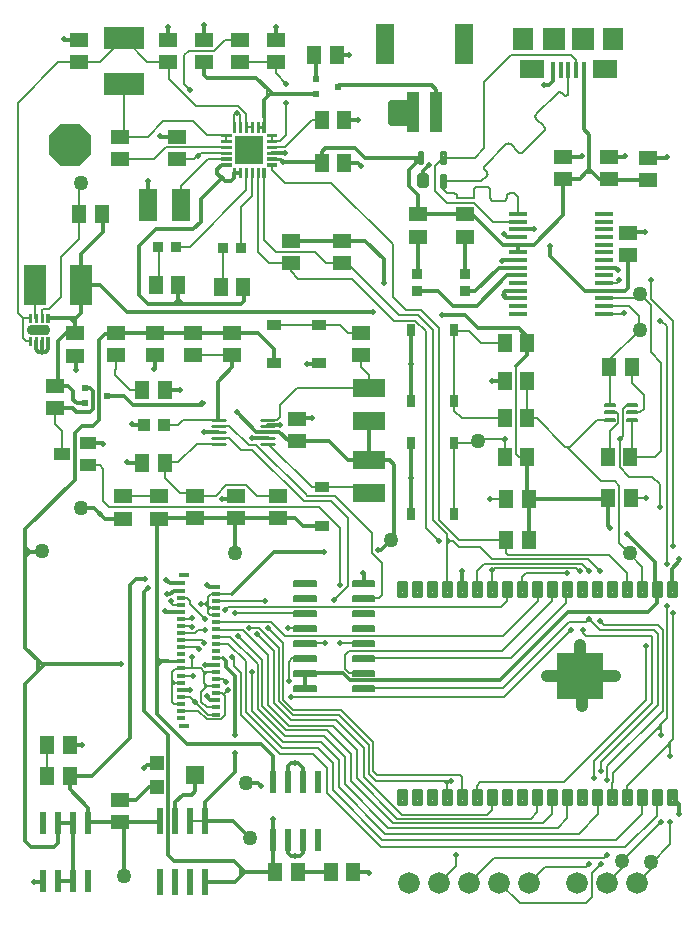
<source format=gtl>
G04 EAGLE Gerber RS-274X export*
G75*
%MOMM*%
%FSLAX34Y34*%
%LPD*%
%INTop Copper*%
%IPPOS*%
%AMOC8*
5,1,8,0,0,1.08239X$1,22.5*%
G01*
%ADD10R,1.500000X1.300000*%
%ADD11R,1.600000X2.700000*%
%ADD12R,1.220000X0.910000*%
%ADD13C,0.250000*%
%ADD14R,3.400000X1.900000*%
%ADD15R,2.700000X1.600000*%
%ADD16R,1.300000X1.500000*%
%ADD17R,1.000000X1.100000*%
%ADD18C,0.067500*%
%ADD19R,2.450000X2.450000*%
%ADD20R,0.800000X0.300000*%
%ADD21R,0.650000X0.300000*%
%ADD22R,0.950000X0.400000*%
%ADD23R,0.600000X2.200000*%
%ADD24R,1.200000X1.200000*%
%ADD25R,1.500000X1.600000*%
%ADD26C,0.070000*%
%ADD27R,1.600000X0.900000*%
%ADD28C,0.908000*%
%ADD29R,1.900000X3.400000*%
%ADD30C,0.150000*%
%ADD31C,1.828800*%
%ADD32R,1.500000X0.400000*%
%ADD33C,0.180000*%
%ADD34R,0.950000X0.950000*%
%ADD35C,0.495000*%
%ADD36C,0.295000*%
%ADD37C,1.270000*%
%ADD38P,3.909464X8X22.500000*%
%ADD39R,0.558800X1.981200*%
%ADD40R,0.400000X1.350000*%
%ADD41R,2.100000X1.600000*%
%ADD42R,1.900000X1.900000*%
%ADD43R,1.800000X1.900000*%
%ADD44R,0.550000X0.600000*%
%ADD45R,0.700000X1.000000*%
%ADD46R,1.400000X1.000000*%
%ADD47R,1.000000X3.500000*%
%ADD48R,1.500000X3.400000*%
%ADD49C,0.465000*%
%ADD50R,4.000000X4.000000*%
%ADD51C,0.360000*%
%ADD52C,0.254000*%
%ADD53C,0.203200*%
%ADD54C,0.502400*%
%ADD55C,0.304800*%
%ADD56C,0.508000*%
%ADD57C,1.016000*%
%ADD58C,1.000000*%

G36*
X336825Y670564D02*
X336825Y670564D01*
X336859Y670562D01*
X337048Y670584D01*
X337239Y670601D01*
X337272Y670610D01*
X337306Y670614D01*
X337488Y670669D01*
X337673Y670719D01*
X337704Y670734D01*
X337737Y670744D01*
X337908Y670831D01*
X338080Y670913D01*
X338108Y670933D01*
X338139Y670948D01*
X338291Y671064D01*
X338446Y671175D01*
X338470Y671200D01*
X338497Y671220D01*
X338626Y671361D01*
X338760Y671497D01*
X338779Y671526D01*
X338803Y671552D01*
X338905Y671712D01*
X339012Y671870D01*
X339026Y671902D01*
X339044Y671931D01*
X339117Y672108D01*
X339194Y672282D01*
X339202Y672316D01*
X339215Y672348D01*
X339255Y672535D01*
X339301Y672720D01*
X339303Y672754D01*
X339310Y672788D01*
X339329Y673100D01*
X339329Y679451D01*
X346710Y679451D01*
X346745Y679454D01*
X346779Y679452D01*
X346968Y679474D01*
X347159Y679490D01*
X347192Y679500D01*
X347226Y679504D01*
X347409Y679559D01*
X347593Y679609D01*
X347624Y679624D01*
X347657Y679634D01*
X347828Y679721D01*
X348000Y679802D01*
X348028Y679823D01*
X348059Y679838D01*
X348211Y679953D01*
X348366Y680065D01*
X348390Y680089D01*
X348417Y680110D01*
X348546Y680250D01*
X348680Y680387D01*
X348699Y680416D01*
X348723Y680441D01*
X348825Y680602D01*
X348932Y680760D01*
X348946Y680792D01*
X348964Y680821D01*
X349037Y680998D01*
X349114Y681172D01*
X349122Y681206D01*
X349135Y681238D01*
X349175Y681424D01*
X349221Y681609D01*
X349223Y681644D01*
X349230Y681678D01*
X349249Y681990D01*
X349246Y682025D01*
X349248Y682059D01*
X349226Y682249D01*
X349209Y682439D01*
X349200Y682472D01*
X349196Y682506D01*
X349141Y682689D01*
X349091Y682873D01*
X349076Y682904D01*
X349066Y682937D01*
X348979Y683108D01*
X348897Y683280D01*
X348877Y683308D01*
X348862Y683339D01*
X348746Y683491D01*
X348635Y683646D01*
X348610Y683670D01*
X348590Y683697D01*
X348450Y683827D01*
X348313Y683960D01*
X348284Y683979D01*
X348258Y684003D01*
X348097Y684105D01*
X347940Y684212D01*
X347908Y684226D01*
X347879Y684244D01*
X347702Y684317D01*
X347528Y684394D01*
X347494Y684402D01*
X347462Y684415D01*
X347275Y684456D01*
X347090Y684501D01*
X347056Y684503D01*
X347022Y684510D01*
X346710Y684529D01*
X339329Y684529D01*
X339329Y689610D01*
X339326Y689645D01*
X339328Y689679D01*
X339306Y689869D01*
X339289Y690058D01*
X339280Y690092D01*
X339276Y690126D01*
X339221Y690309D01*
X339171Y690493D01*
X339156Y690524D01*
X339146Y690557D01*
X339059Y690727D01*
X338977Y690900D01*
X338957Y690928D01*
X338942Y690959D01*
X338827Y691110D01*
X338715Y691266D01*
X338690Y691290D01*
X338670Y691317D01*
X338530Y691446D01*
X338393Y691580D01*
X338364Y691599D01*
X338338Y691623D01*
X338177Y691725D01*
X338020Y691832D01*
X337988Y691846D01*
X337959Y691864D01*
X337782Y691937D01*
X337608Y692014D01*
X337574Y692022D01*
X337542Y692035D01*
X337355Y692076D01*
X337170Y692121D01*
X337136Y692123D01*
X337102Y692130D01*
X336790Y692149D01*
X328930Y692149D01*
X328896Y692146D01*
X328861Y692148D01*
X328672Y692126D01*
X328482Y692109D01*
X328448Y692100D01*
X328414Y692096D01*
X328231Y692041D01*
X328047Y691991D01*
X328016Y691976D01*
X327983Y691966D01*
X327812Y691879D01*
X327641Y691797D01*
X327612Y691777D01*
X327581Y691762D01*
X327429Y691646D01*
X327274Y691535D01*
X327250Y691510D01*
X327223Y691490D01*
X327094Y691350D01*
X326960Y691213D01*
X326941Y691184D01*
X326918Y691158D01*
X326815Y690997D01*
X326708Y690840D01*
X326694Y690808D01*
X326676Y690779D01*
X326603Y690602D01*
X326526Y690428D01*
X326518Y690394D01*
X326505Y690362D01*
X326465Y690175D01*
X326419Y689990D01*
X326417Y689956D01*
X326410Y689922D01*
X326391Y689610D01*
X326391Y673100D01*
X326394Y673066D01*
X326392Y673031D01*
X326414Y672842D01*
X326431Y672652D01*
X326440Y672618D01*
X326444Y672584D01*
X326499Y672401D01*
X326549Y672217D01*
X326564Y672186D01*
X326574Y672153D01*
X326661Y671982D01*
X326743Y671811D01*
X326763Y671782D01*
X326778Y671751D01*
X326894Y671599D01*
X327005Y671444D01*
X327030Y671420D01*
X327050Y671393D01*
X327191Y671264D01*
X327327Y671130D01*
X327356Y671111D01*
X327382Y671088D01*
X327543Y670985D01*
X327700Y670878D01*
X327732Y670864D01*
X327761Y670846D01*
X327938Y670773D01*
X328112Y670696D01*
X328146Y670688D01*
X328178Y670675D01*
X328365Y670635D01*
X328550Y670589D01*
X328584Y670587D01*
X328618Y670580D01*
X328930Y670561D01*
X336790Y670561D01*
X336825Y670564D01*
G37*
D10*
X197693Y357480D03*
X197693Y338480D03*
X194375Y495275D03*
X194375Y476275D03*
X232826Y357480D03*
X232826Y338480D03*
X303530Y476275D03*
X303530Y495275D03*
X147320Y642010D03*
X147320Y661010D03*
X139617Y724434D03*
X139617Y743434D03*
X64770Y724434D03*
X64770Y743434D03*
D11*
X151240Y603250D03*
X123240Y603250D03*
D10*
X248920Y403250D03*
X248920Y422250D03*
X128409Y495275D03*
X128409Y476275D03*
D12*
X229910Y502125D03*
X229910Y469425D03*
X267995Y469425D03*
X267995Y502125D03*
X270510Y331630D03*
X270510Y364330D03*
D13*
X187700Y421480D02*
X176700Y421480D01*
X176700Y416480D02*
X187700Y416480D01*
X187700Y411480D02*
X176700Y411480D01*
X176700Y406480D02*
X187700Y406480D01*
X187700Y401480D02*
X176700Y401480D01*
X218700Y421480D02*
X229700Y421480D01*
X229700Y416480D02*
X218700Y416480D01*
X218700Y411480D02*
X229700Y411480D01*
X229700Y406480D02*
X218700Y406480D01*
X218700Y401480D02*
X229700Y401480D01*
D14*
X102194Y705670D03*
X102194Y744670D03*
D15*
X309880Y387380D03*
X309880Y359380D03*
X309880Y420340D03*
X309880Y448340D03*
D16*
X288900Y675640D03*
X269900Y675640D03*
D10*
X200632Y724434D03*
X200632Y743434D03*
X231140Y743434D03*
X231140Y724434D03*
X161392Y476275D03*
X161392Y495275D03*
D17*
X119103Y417513D03*
X136103Y417513D03*
D10*
X162560Y338480D03*
X162560Y357480D03*
D16*
X137103Y385445D03*
X118103Y385445D03*
D18*
X223667Y638753D02*
X231593Y638753D01*
X231593Y636727D01*
X223667Y636727D01*
X223667Y638753D01*
X223667Y637368D02*
X231593Y637368D01*
X231593Y638009D02*
X223667Y638009D01*
X223667Y638650D02*
X231593Y638650D01*
X231593Y643753D02*
X223667Y643753D01*
X231593Y643753D02*
X231593Y641727D01*
X223667Y641727D01*
X223667Y643753D01*
X223667Y642368D02*
X231593Y642368D01*
X231593Y643009D02*
X223667Y643009D01*
X223667Y643650D02*
X231593Y643650D01*
X231593Y648753D02*
X223667Y648753D01*
X231593Y648753D02*
X231593Y646727D01*
X223667Y646727D01*
X223667Y648753D01*
X223667Y647368D02*
X231593Y647368D01*
X231593Y648009D02*
X223667Y648009D01*
X223667Y648650D02*
X231593Y648650D01*
X231593Y653753D02*
X223667Y653753D01*
X231593Y653753D02*
X231593Y651727D01*
X223667Y651727D01*
X223667Y653753D01*
X223667Y652368D02*
X231593Y652368D01*
X231593Y653009D02*
X223667Y653009D01*
X223667Y653650D02*
X231593Y653650D01*
X231593Y658753D02*
X223667Y658753D01*
X231593Y658753D02*
X231593Y656727D01*
X223667Y656727D01*
X223667Y658753D01*
X223667Y657368D02*
X231593Y657368D01*
X231593Y658009D02*
X223667Y658009D01*
X223667Y658650D02*
X231593Y658650D01*
X231593Y663753D02*
X223667Y663753D01*
X231593Y663753D02*
X231593Y661727D01*
X223667Y661727D01*
X223667Y663753D01*
X223667Y662368D02*
X231593Y662368D01*
X231593Y663009D02*
X223667Y663009D01*
X223667Y663650D02*
X231593Y663650D01*
X192893Y663753D02*
X184967Y663753D01*
X192893Y663753D02*
X192893Y661727D01*
X184967Y661727D01*
X184967Y663753D01*
X184967Y662368D02*
X192893Y662368D01*
X192893Y663009D02*
X184967Y663009D01*
X184967Y663650D02*
X192893Y663650D01*
X192893Y658753D02*
X184967Y658753D01*
X192893Y658753D02*
X192893Y656727D01*
X184967Y656727D01*
X184967Y658753D01*
X184967Y657368D02*
X192893Y657368D01*
X192893Y658009D02*
X184967Y658009D01*
X184967Y658650D02*
X192893Y658650D01*
X192893Y653753D02*
X184967Y653753D01*
X192893Y653753D02*
X192893Y651727D01*
X184967Y651727D01*
X184967Y653753D01*
X184967Y652368D02*
X192893Y652368D01*
X192893Y653009D02*
X184967Y653009D01*
X184967Y653650D02*
X192893Y653650D01*
X192893Y648753D02*
X184967Y648753D01*
X192893Y648753D02*
X192893Y646727D01*
X184967Y646727D01*
X184967Y648753D01*
X184967Y647368D02*
X192893Y647368D01*
X192893Y648009D02*
X184967Y648009D01*
X184967Y648650D02*
X192893Y648650D01*
X192893Y643753D02*
X184967Y643753D01*
X192893Y643753D02*
X192893Y641727D01*
X184967Y641727D01*
X184967Y643753D01*
X184967Y642368D02*
X192893Y642368D01*
X192893Y643009D02*
X184967Y643009D01*
X184967Y643650D02*
X192893Y643650D01*
X192893Y638753D02*
X184967Y638753D01*
X192893Y638753D02*
X192893Y636727D01*
X184967Y636727D01*
X184967Y638753D01*
X184967Y637368D02*
X192893Y637368D01*
X192893Y638009D02*
X184967Y638009D01*
X184967Y638650D02*
X192893Y638650D01*
X196793Y634853D02*
X196793Y626927D01*
X194767Y626927D01*
X194767Y634853D01*
X196793Y634853D01*
X196793Y627568D02*
X194767Y627568D01*
X194767Y628209D02*
X196793Y628209D01*
X196793Y628850D02*
X194767Y628850D01*
X194767Y629491D02*
X196793Y629491D01*
X196793Y630132D02*
X194767Y630132D01*
X194767Y630773D02*
X196793Y630773D01*
X196793Y631414D02*
X194767Y631414D01*
X194767Y632055D02*
X196793Y632055D01*
X196793Y632696D02*
X194767Y632696D01*
X194767Y633337D02*
X196793Y633337D01*
X196793Y633978D02*
X194767Y633978D01*
X194767Y634619D02*
X196793Y634619D01*
X201793Y634853D02*
X201793Y626927D01*
X199767Y626927D01*
X199767Y634853D01*
X201793Y634853D01*
X201793Y627568D02*
X199767Y627568D01*
X199767Y628209D02*
X201793Y628209D01*
X201793Y628850D02*
X199767Y628850D01*
X199767Y629491D02*
X201793Y629491D01*
X201793Y630132D02*
X199767Y630132D01*
X199767Y630773D02*
X201793Y630773D01*
X201793Y631414D02*
X199767Y631414D01*
X199767Y632055D02*
X201793Y632055D01*
X201793Y632696D02*
X199767Y632696D01*
X199767Y633337D02*
X201793Y633337D01*
X201793Y633978D02*
X199767Y633978D01*
X199767Y634619D02*
X201793Y634619D01*
X206793Y634853D02*
X206793Y626927D01*
X204767Y626927D01*
X204767Y634853D01*
X206793Y634853D01*
X206793Y627568D02*
X204767Y627568D01*
X204767Y628209D02*
X206793Y628209D01*
X206793Y628850D02*
X204767Y628850D01*
X204767Y629491D02*
X206793Y629491D01*
X206793Y630132D02*
X204767Y630132D01*
X204767Y630773D02*
X206793Y630773D01*
X206793Y631414D02*
X204767Y631414D01*
X204767Y632055D02*
X206793Y632055D01*
X206793Y632696D02*
X204767Y632696D01*
X204767Y633337D02*
X206793Y633337D01*
X206793Y633978D02*
X204767Y633978D01*
X204767Y634619D02*
X206793Y634619D01*
X211793Y634853D02*
X211793Y626927D01*
X209767Y626927D01*
X209767Y634853D01*
X211793Y634853D01*
X211793Y627568D02*
X209767Y627568D01*
X209767Y628209D02*
X211793Y628209D01*
X211793Y628850D02*
X209767Y628850D01*
X209767Y629491D02*
X211793Y629491D01*
X211793Y630132D02*
X209767Y630132D01*
X209767Y630773D02*
X211793Y630773D01*
X211793Y631414D02*
X209767Y631414D01*
X209767Y632055D02*
X211793Y632055D01*
X211793Y632696D02*
X209767Y632696D01*
X209767Y633337D02*
X211793Y633337D01*
X211793Y633978D02*
X209767Y633978D01*
X209767Y634619D02*
X211793Y634619D01*
X216793Y634853D02*
X216793Y626927D01*
X214767Y626927D01*
X214767Y634853D01*
X216793Y634853D01*
X216793Y627568D02*
X214767Y627568D01*
X214767Y628209D02*
X216793Y628209D01*
X216793Y628850D02*
X214767Y628850D01*
X214767Y629491D02*
X216793Y629491D01*
X216793Y630132D02*
X214767Y630132D01*
X214767Y630773D02*
X216793Y630773D01*
X216793Y631414D02*
X214767Y631414D01*
X214767Y632055D02*
X216793Y632055D01*
X216793Y632696D02*
X214767Y632696D01*
X214767Y633337D02*
X216793Y633337D01*
X216793Y633978D02*
X214767Y633978D01*
X214767Y634619D02*
X216793Y634619D01*
X221793Y634853D02*
X221793Y626927D01*
X219767Y626927D01*
X219767Y634853D01*
X221793Y634853D01*
X221793Y627568D02*
X219767Y627568D01*
X219767Y628209D02*
X221793Y628209D01*
X221793Y628850D02*
X219767Y628850D01*
X219767Y629491D02*
X221793Y629491D01*
X221793Y630132D02*
X219767Y630132D01*
X219767Y630773D02*
X221793Y630773D01*
X221793Y631414D02*
X219767Y631414D01*
X219767Y632055D02*
X221793Y632055D01*
X221793Y632696D02*
X219767Y632696D01*
X219767Y633337D02*
X221793Y633337D01*
X221793Y633978D02*
X219767Y633978D01*
X219767Y634619D02*
X221793Y634619D01*
X221793Y665627D02*
X221793Y673553D01*
X221793Y665627D02*
X219767Y665627D01*
X219767Y673553D01*
X221793Y673553D01*
X221793Y666268D02*
X219767Y666268D01*
X219767Y666909D02*
X221793Y666909D01*
X221793Y667550D02*
X219767Y667550D01*
X219767Y668191D02*
X221793Y668191D01*
X221793Y668832D02*
X219767Y668832D01*
X219767Y669473D02*
X221793Y669473D01*
X221793Y670114D02*
X219767Y670114D01*
X219767Y670755D02*
X221793Y670755D01*
X221793Y671396D02*
X219767Y671396D01*
X219767Y672037D02*
X221793Y672037D01*
X221793Y672678D02*
X219767Y672678D01*
X219767Y673319D02*
X221793Y673319D01*
X216793Y673553D02*
X216793Y665627D01*
X214767Y665627D01*
X214767Y673553D01*
X216793Y673553D01*
X216793Y666268D02*
X214767Y666268D01*
X214767Y666909D02*
X216793Y666909D01*
X216793Y667550D02*
X214767Y667550D01*
X214767Y668191D02*
X216793Y668191D01*
X216793Y668832D02*
X214767Y668832D01*
X214767Y669473D02*
X216793Y669473D01*
X216793Y670114D02*
X214767Y670114D01*
X214767Y670755D02*
X216793Y670755D01*
X216793Y671396D02*
X214767Y671396D01*
X214767Y672037D02*
X216793Y672037D01*
X216793Y672678D02*
X214767Y672678D01*
X214767Y673319D02*
X216793Y673319D01*
X211793Y673553D02*
X211793Y665627D01*
X209767Y665627D01*
X209767Y673553D01*
X211793Y673553D01*
X211793Y666268D02*
X209767Y666268D01*
X209767Y666909D02*
X211793Y666909D01*
X211793Y667550D02*
X209767Y667550D01*
X209767Y668191D02*
X211793Y668191D01*
X211793Y668832D02*
X209767Y668832D01*
X209767Y669473D02*
X211793Y669473D01*
X211793Y670114D02*
X209767Y670114D01*
X209767Y670755D02*
X211793Y670755D01*
X211793Y671396D02*
X209767Y671396D01*
X209767Y672037D02*
X211793Y672037D01*
X211793Y672678D02*
X209767Y672678D01*
X209767Y673319D02*
X211793Y673319D01*
X206793Y673553D02*
X206793Y665627D01*
X204767Y665627D01*
X204767Y673553D01*
X206793Y673553D01*
X206793Y666268D02*
X204767Y666268D01*
X204767Y666909D02*
X206793Y666909D01*
X206793Y667550D02*
X204767Y667550D01*
X204767Y668191D02*
X206793Y668191D01*
X206793Y668832D02*
X204767Y668832D01*
X204767Y669473D02*
X206793Y669473D01*
X206793Y670114D02*
X204767Y670114D01*
X204767Y670755D02*
X206793Y670755D01*
X206793Y671396D02*
X204767Y671396D01*
X204767Y672037D02*
X206793Y672037D01*
X206793Y672678D02*
X204767Y672678D01*
X204767Y673319D02*
X206793Y673319D01*
X201793Y673553D02*
X201793Y665627D01*
X199767Y665627D01*
X199767Y673553D01*
X201793Y673553D01*
X201793Y666268D02*
X199767Y666268D01*
X199767Y666909D02*
X201793Y666909D01*
X201793Y667550D02*
X199767Y667550D01*
X199767Y668191D02*
X201793Y668191D01*
X201793Y668832D02*
X199767Y668832D01*
X199767Y669473D02*
X201793Y669473D01*
X201793Y670114D02*
X199767Y670114D01*
X199767Y670755D02*
X201793Y670755D01*
X201793Y671396D02*
X199767Y671396D01*
X199767Y672037D02*
X201793Y672037D01*
X201793Y672678D02*
X199767Y672678D01*
X199767Y673319D02*
X201793Y673319D01*
X196793Y673553D02*
X196793Y665627D01*
X194767Y665627D01*
X194767Y673553D01*
X196793Y673553D01*
X196793Y666268D02*
X194767Y666268D01*
X194767Y666909D02*
X196793Y666909D01*
X196793Y667550D02*
X194767Y667550D01*
X194767Y668191D02*
X196793Y668191D01*
X196793Y668832D02*
X194767Y668832D01*
X194767Y669473D02*
X196793Y669473D01*
X196793Y670114D02*
X194767Y670114D01*
X194767Y670755D02*
X196793Y670755D01*
X196793Y671396D02*
X194767Y671396D01*
X194767Y672037D02*
X196793Y672037D01*
X196793Y672678D02*
X194767Y672678D01*
X194767Y673319D02*
X196793Y673319D01*
D19*
X208280Y650240D03*
D20*
X150950Y283060D03*
D21*
X180460Y280060D03*
D20*
X150950Y277060D03*
D21*
X180460Y274060D03*
D20*
X150950Y271060D03*
D21*
X180460Y268060D03*
D20*
X150950Y265060D03*
D21*
X180460Y262060D03*
D20*
X150950Y259060D03*
D21*
X180460Y256060D03*
D20*
X150950Y253060D03*
D21*
X180460Y250060D03*
D20*
X150950Y247060D03*
D21*
X180460Y244060D03*
D20*
X150950Y241060D03*
D21*
X180460Y238060D03*
D20*
X150950Y235060D03*
D21*
X180460Y232060D03*
D20*
X150950Y229060D03*
D21*
X180460Y226060D03*
D20*
X150950Y223060D03*
D21*
X180460Y220060D03*
D20*
X150950Y217060D03*
D21*
X180460Y214060D03*
D20*
X150950Y211060D03*
D21*
X180460Y208060D03*
D20*
X150950Y205060D03*
D21*
X180460Y202060D03*
D20*
X150950Y199060D03*
D21*
X180460Y196060D03*
D20*
X150950Y193060D03*
D21*
X180460Y190060D03*
D20*
X150950Y187060D03*
D21*
X180460Y184060D03*
D20*
X150950Y181060D03*
D21*
X180460Y178060D03*
D20*
X150950Y175060D03*
D21*
X180460Y172060D03*
D20*
X150950Y169060D03*
D22*
X153700Y290060D03*
X153700Y162060D03*
D23*
X158750Y81880D03*
X158750Y29880D03*
X171450Y81880D03*
X146050Y81880D03*
X133350Y81880D03*
X171450Y29880D03*
X146050Y29880D03*
X133350Y29880D03*
D10*
X99060Y80670D03*
X99060Y99670D03*
D24*
X130590Y130650D03*
X130590Y110650D03*
D25*
X163090Y120650D03*
D16*
X282550Y730250D03*
X263550Y730250D03*
D10*
X170125Y724434D03*
X170125Y743434D03*
D26*
X24030Y491340D02*
X24030Y484640D01*
X21930Y484640D01*
X21930Y491340D01*
X24030Y491340D01*
X24030Y485305D02*
X21930Y485305D01*
X21930Y485970D02*
X24030Y485970D01*
X24030Y486635D02*
X21930Y486635D01*
X21930Y487300D02*
X24030Y487300D01*
X24030Y487965D02*
X21930Y487965D01*
X21930Y488630D02*
X24030Y488630D01*
X24030Y489295D02*
X21930Y489295D01*
X21930Y489960D02*
X24030Y489960D01*
X24030Y490625D02*
X21930Y490625D01*
X21930Y491290D02*
X24030Y491290D01*
X29030Y491340D02*
X29030Y484640D01*
X26930Y484640D01*
X26930Y491340D01*
X29030Y491340D01*
X29030Y485305D02*
X26930Y485305D01*
X26930Y485970D02*
X29030Y485970D01*
X29030Y486635D02*
X26930Y486635D01*
X26930Y487300D02*
X29030Y487300D01*
X29030Y487965D02*
X26930Y487965D01*
X26930Y488630D02*
X29030Y488630D01*
X29030Y489295D02*
X26930Y489295D01*
X26930Y489960D02*
X29030Y489960D01*
X29030Y490625D02*
X26930Y490625D01*
X26930Y491290D02*
X29030Y491290D01*
X34030Y491340D02*
X34030Y484640D01*
X31930Y484640D01*
X31930Y491340D01*
X34030Y491340D01*
X34030Y485305D02*
X31930Y485305D01*
X31930Y485970D02*
X34030Y485970D01*
X34030Y486635D02*
X31930Y486635D01*
X31930Y487300D02*
X34030Y487300D01*
X34030Y487965D02*
X31930Y487965D01*
X31930Y488630D02*
X34030Y488630D01*
X34030Y489295D02*
X31930Y489295D01*
X31930Y489960D02*
X34030Y489960D01*
X34030Y490625D02*
X31930Y490625D01*
X31930Y491290D02*
X34030Y491290D01*
X39030Y491340D02*
X39030Y484640D01*
X36930Y484640D01*
X36930Y491340D01*
X39030Y491340D01*
X39030Y485305D02*
X36930Y485305D01*
X36930Y485970D02*
X39030Y485970D01*
X39030Y486635D02*
X36930Y486635D01*
X36930Y487300D02*
X39030Y487300D01*
X39030Y487965D02*
X36930Y487965D01*
X36930Y488630D02*
X39030Y488630D01*
X39030Y489295D02*
X36930Y489295D01*
X36930Y489960D02*
X39030Y489960D01*
X39030Y490625D02*
X36930Y490625D01*
X36930Y491290D02*
X39030Y491290D01*
X39030Y504340D02*
X39030Y511040D01*
X39030Y504340D02*
X36930Y504340D01*
X36930Y511040D01*
X39030Y511040D01*
X39030Y505005D02*
X36930Y505005D01*
X36930Y505670D02*
X39030Y505670D01*
X39030Y506335D02*
X36930Y506335D01*
X36930Y507000D02*
X39030Y507000D01*
X39030Y507665D02*
X36930Y507665D01*
X36930Y508330D02*
X39030Y508330D01*
X39030Y508995D02*
X36930Y508995D01*
X36930Y509660D02*
X39030Y509660D01*
X39030Y510325D02*
X36930Y510325D01*
X36930Y510990D02*
X39030Y510990D01*
X34030Y511040D02*
X34030Y504340D01*
X31930Y504340D01*
X31930Y511040D01*
X34030Y511040D01*
X34030Y505005D02*
X31930Y505005D01*
X31930Y505670D02*
X34030Y505670D01*
X34030Y506335D02*
X31930Y506335D01*
X31930Y507000D02*
X34030Y507000D01*
X34030Y507665D02*
X31930Y507665D01*
X31930Y508330D02*
X34030Y508330D01*
X34030Y508995D02*
X31930Y508995D01*
X31930Y509660D02*
X34030Y509660D01*
X34030Y510325D02*
X31930Y510325D01*
X31930Y510990D02*
X34030Y510990D01*
X29030Y511040D02*
X29030Y504340D01*
X26930Y504340D01*
X26930Y511040D01*
X29030Y511040D01*
X29030Y505005D02*
X26930Y505005D01*
X26930Y505670D02*
X29030Y505670D01*
X29030Y506335D02*
X26930Y506335D01*
X26930Y507000D02*
X29030Y507000D01*
X29030Y507665D02*
X26930Y507665D01*
X26930Y508330D02*
X29030Y508330D01*
X29030Y508995D02*
X26930Y508995D01*
X26930Y509660D02*
X29030Y509660D01*
X29030Y510325D02*
X26930Y510325D01*
X26930Y510990D02*
X29030Y510990D01*
X24030Y511040D02*
X24030Y504340D01*
X21930Y504340D01*
X21930Y511040D01*
X24030Y511040D01*
X24030Y505005D02*
X21930Y505005D01*
X21930Y505670D02*
X24030Y505670D01*
X24030Y506335D02*
X21930Y506335D01*
X21930Y507000D02*
X24030Y507000D01*
X24030Y507665D02*
X21930Y507665D01*
X21930Y508330D02*
X24030Y508330D01*
X24030Y508995D02*
X21930Y508995D01*
X21930Y509660D02*
X24030Y509660D01*
X24030Y510325D02*
X21930Y510325D01*
X21930Y510990D02*
X24030Y510990D01*
D27*
X30480Y497840D03*
D28*
X24980Y497840D03*
X35980Y497840D03*
D29*
X27490Y535940D03*
X66490Y535940D03*
D16*
X64541Y595630D03*
X83541Y595630D03*
D10*
X60960Y495021D03*
X60960Y476021D03*
D16*
X424840Y486410D03*
X443840Y486410D03*
X424840Y389890D03*
X443840Y389890D03*
X443840Y454660D03*
X424840Y454660D03*
X424840Y422910D03*
X443840Y422910D03*
D30*
X314520Y196560D02*
X296320Y196560D01*
X314520Y196560D02*
X314520Y192060D01*
X296320Y192060D01*
X296320Y196560D01*
X296320Y193485D02*
X314520Y193485D01*
X314520Y194910D02*
X296320Y194910D01*
X296320Y196335D02*
X314520Y196335D01*
X314520Y209260D02*
X296320Y209260D01*
X314520Y209260D02*
X314520Y204760D01*
X296320Y204760D01*
X296320Y209260D01*
X296320Y206185D02*
X314520Y206185D01*
X314520Y207610D02*
X296320Y207610D01*
X296320Y209035D02*
X314520Y209035D01*
X314520Y221960D02*
X296320Y221960D01*
X314520Y221960D02*
X314520Y217460D01*
X296320Y217460D01*
X296320Y221960D01*
X296320Y218885D02*
X314520Y218885D01*
X314520Y220310D02*
X296320Y220310D01*
X296320Y221735D02*
X314520Y221735D01*
X314520Y234660D02*
X296320Y234660D01*
X314520Y234660D02*
X314520Y230160D01*
X296320Y230160D01*
X296320Y234660D01*
X296320Y231585D02*
X314520Y231585D01*
X314520Y233010D02*
X296320Y233010D01*
X296320Y234435D02*
X314520Y234435D01*
X314520Y247360D02*
X296320Y247360D01*
X314520Y247360D02*
X314520Y242860D01*
X296320Y242860D01*
X296320Y247360D01*
X296320Y244285D02*
X314520Y244285D01*
X314520Y245710D02*
X296320Y245710D01*
X296320Y247135D02*
X314520Y247135D01*
X314520Y260060D02*
X296320Y260060D01*
X314520Y260060D02*
X314520Y255560D01*
X296320Y255560D01*
X296320Y260060D01*
X296320Y256985D02*
X314520Y256985D01*
X314520Y258410D02*
X296320Y258410D01*
X296320Y259835D02*
X314520Y259835D01*
X314520Y272760D02*
X296320Y272760D01*
X314520Y272760D02*
X314520Y268260D01*
X296320Y268260D01*
X296320Y272760D01*
X296320Y269685D02*
X314520Y269685D01*
X314520Y271110D02*
X296320Y271110D01*
X296320Y272535D02*
X314520Y272535D01*
X314520Y285460D02*
X296320Y285460D01*
X314520Y285460D02*
X314520Y280960D01*
X296320Y280960D01*
X296320Y285460D01*
X296320Y282385D02*
X314520Y282385D01*
X314520Y283810D02*
X296320Y283810D01*
X296320Y285235D02*
X314520Y285235D01*
X265020Y285460D02*
X246820Y285460D01*
X265020Y285460D02*
X265020Y280960D01*
X246820Y280960D01*
X246820Y285460D01*
X246820Y282385D02*
X265020Y282385D01*
X265020Y283810D02*
X246820Y283810D01*
X246820Y285235D02*
X265020Y285235D01*
X265020Y272760D02*
X246820Y272760D01*
X265020Y272760D02*
X265020Y268260D01*
X246820Y268260D01*
X246820Y272760D01*
X246820Y269685D02*
X265020Y269685D01*
X265020Y271110D02*
X246820Y271110D01*
X246820Y272535D02*
X265020Y272535D01*
X265020Y260060D02*
X246820Y260060D01*
X265020Y260060D02*
X265020Y255560D01*
X246820Y255560D01*
X246820Y260060D01*
X246820Y256985D02*
X265020Y256985D01*
X265020Y258410D02*
X246820Y258410D01*
X246820Y259835D02*
X265020Y259835D01*
X265020Y247360D02*
X246820Y247360D01*
X265020Y247360D02*
X265020Y242860D01*
X246820Y242860D01*
X246820Y247360D01*
X246820Y244285D02*
X265020Y244285D01*
X265020Y245710D02*
X246820Y245710D01*
X246820Y247135D02*
X265020Y247135D01*
X265020Y234660D02*
X246820Y234660D01*
X265020Y234660D02*
X265020Y230160D01*
X246820Y230160D01*
X246820Y234660D01*
X246820Y231585D02*
X265020Y231585D01*
X265020Y233010D02*
X246820Y233010D01*
X246820Y234435D02*
X265020Y234435D01*
X265020Y221960D02*
X246820Y221960D01*
X265020Y221960D02*
X265020Y217460D01*
X246820Y217460D01*
X246820Y221960D01*
X246820Y218885D02*
X265020Y218885D01*
X265020Y220310D02*
X246820Y220310D01*
X246820Y221735D02*
X265020Y221735D01*
X265020Y209260D02*
X246820Y209260D01*
X265020Y209260D02*
X265020Y204760D01*
X246820Y204760D01*
X246820Y209260D01*
X246820Y206185D02*
X265020Y206185D01*
X265020Y207610D02*
X246820Y207610D01*
X246820Y209035D02*
X265020Y209035D01*
X265020Y196560D02*
X246820Y196560D01*
X265020Y196560D02*
X265020Y192060D01*
X246820Y192060D01*
X246820Y196560D01*
X246820Y193485D02*
X265020Y193485D01*
X265020Y194910D02*
X246820Y194910D01*
X246820Y196335D02*
X265020Y196335D01*
D31*
X394970Y29845D03*
X420370Y29845D03*
X445770Y29845D03*
X369570Y29845D03*
X344170Y29845D03*
X486410Y29845D03*
X511810Y29845D03*
X537210Y29845D03*
D32*
X508690Y511470D03*
X508690Y517970D03*
X508690Y524470D03*
X508690Y530970D03*
X508690Y537470D03*
X508690Y543970D03*
X508690Y550470D03*
X508690Y556970D03*
X508690Y563470D03*
X508690Y569970D03*
X508690Y576470D03*
X508690Y582970D03*
X508690Y589470D03*
X508690Y595970D03*
X436190Y595970D03*
X436190Y589470D03*
X436190Y582970D03*
X436190Y576470D03*
X436190Y569970D03*
X436190Y563470D03*
X436190Y556970D03*
X436190Y550470D03*
X436190Y543970D03*
X436190Y537470D03*
X436190Y530970D03*
X436190Y524470D03*
X436190Y517970D03*
X436190Y511470D03*
D10*
X529590Y560730D03*
X529590Y579730D03*
X512826Y625500D03*
X512826Y644500D03*
D33*
X509512Y433527D02*
X517912Y433527D01*
X509512Y433527D02*
X509512Y435327D01*
X517912Y435327D01*
X517912Y433527D01*
X517912Y435237D02*
X509512Y435237D01*
X509512Y427027D02*
X517912Y427027D01*
X509512Y427027D02*
X509512Y428827D01*
X517912Y428827D01*
X517912Y427027D01*
X517912Y428737D02*
X509512Y428737D01*
X509512Y420527D02*
X517912Y420527D01*
X509512Y420527D02*
X509512Y422327D01*
X517912Y422327D01*
X517912Y420527D01*
X517912Y422237D02*
X509512Y422237D01*
X528612Y422327D02*
X537012Y422327D01*
X537012Y420527D01*
X528612Y420527D01*
X528612Y422327D01*
X528612Y422237D02*
X537012Y422237D01*
X537012Y428827D02*
X528612Y428827D01*
X537012Y428827D02*
X537012Y427027D01*
X528612Y427027D01*
X528612Y428827D01*
X528612Y428737D02*
X537012Y428737D01*
X537012Y435327D02*
X528612Y435327D01*
X537012Y435327D02*
X537012Y433527D01*
X528612Y433527D01*
X528612Y435327D01*
X528612Y435237D02*
X537012Y435237D01*
D16*
X532587Y466090D03*
X513587Y466090D03*
X512317Y389764D03*
X531317Y389764D03*
D34*
X391503Y530345D03*
X391503Y545345D03*
D10*
X391503Y576605D03*
X391503Y595605D03*
D34*
X350520Y530345D03*
X350520Y545345D03*
D10*
X351790Y576605D03*
X351790Y595605D03*
D35*
X358195Y620105D02*
X358195Y627755D01*
X358195Y620105D02*
X353245Y620105D01*
X353245Y627755D01*
X358195Y627755D01*
X358195Y624807D02*
X353245Y624807D01*
D36*
X374195Y628755D02*
X374195Y619105D01*
X371245Y619105D01*
X371245Y628755D01*
X374195Y628755D01*
X374195Y621907D02*
X371245Y621907D01*
X371245Y624709D02*
X374195Y624709D01*
X374195Y627511D02*
X371245Y627511D01*
X374195Y638705D02*
X374195Y648355D01*
X374195Y638705D02*
X371245Y638705D01*
X371245Y648355D01*
X374195Y648355D01*
X374195Y641507D02*
X371245Y641507D01*
X371245Y644309D02*
X374195Y644309D01*
X374195Y647111D02*
X371245Y647111D01*
X355195Y648355D02*
X355195Y638705D01*
X352245Y638705D01*
X352245Y648355D01*
X355195Y648355D01*
X355195Y641507D02*
X352245Y641507D01*
X352245Y644309D02*
X355195Y644309D01*
X355195Y647111D02*
X352245Y647111D01*
D37*
X524510Y48260D03*
X548640Y46990D03*
X539115Y528320D03*
X539115Y497840D03*
X328930Y320040D03*
X530860Y308610D03*
X402590Y403860D03*
X66040Y346710D03*
X209550Y67310D03*
D34*
X146512Y568325D03*
X131512Y568325D03*
D16*
X129512Y535686D03*
X148512Y535686D03*
D38*
X57150Y654050D03*
D34*
X201704Y567055D03*
X186704Y567055D03*
D16*
X184704Y534416D03*
X203704Y534416D03*
D37*
X66040Y622300D03*
D39*
X228600Y65532D03*
X241300Y65532D03*
X254000Y65532D03*
X266700Y65532D03*
X266700Y114808D03*
X254000Y114808D03*
X241300Y114808D03*
X228600Y114808D03*
X72390Y80518D03*
X59690Y80518D03*
X46990Y80518D03*
X34290Y80518D03*
X34290Y31242D03*
X46990Y31242D03*
X59690Y31242D03*
X72390Y31242D03*
D10*
X101918Y356877D03*
X101918Y337877D03*
D16*
X277520Y38735D03*
X296520Y38735D03*
X37490Y146050D03*
X56490Y146050D03*
X118167Y447040D03*
X137167Y447040D03*
D10*
X132080Y356877D03*
X132080Y337877D03*
D16*
X249530Y38735D03*
X230530Y38735D03*
X37490Y120015D03*
X56490Y120015D03*
D10*
X95425Y476275D03*
X95425Y495275D03*
D37*
X33020Y310515D03*
X196850Y309245D03*
X102870Y35560D03*
X205740Y114300D03*
D16*
X269900Y639128D03*
X288900Y639128D03*
D10*
X546100Y624230D03*
X546100Y643230D03*
X474472Y625500D03*
X474472Y644500D03*
D40*
X478790Y717550D03*
X485290Y717550D03*
X472290Y717550D03*
X491790Y717550D03*
X465790Y717550D03*
D41*
X509790Y718800D03*
X447790Y718800D03*
D42*
X490790Y744300D03*
X466790Y744300D03*
D43*
X516790Y744300D03*
X440790Y744300D03*
D44*
X265070Y710080D03*
X265070Y697080D03*
X283570Y703580D03*
D45*
X382355Y497360D03*
X345355Y497360D03*
X382355Y437360D03*
X345355Y437360D03*
X382355Y402110D03*
X345355Y402110D03*
X382355Y342110D03*
X345355Y342110D03*
D44*
X69490Y448460D03*
X69490Y435460D03*
X87990Y441960D03*
D46*
X49960Y392430D03*
X71960Y401930D03*
X71960Y382930D03*
D10*
X44450Y431190D03*
X44450Y450190D03*
D47*
X346870Y681990D03*
X366870Y681990D03*
D48*
X323370Y739490D03*
X390370Y739490D03*
D10*
X99060Y642010D03*
X99060Y661010D03*
D49*
X564145Y283525D02*
X564145Y273675D01*
X564145Y283525D02*
X568795Y283525D01*
X568795Y273675D01*
X564145Y273675D01*
X564145Y278092D02*
X568795Y278092D01*
X568795Y282509D02*
X564145Y282509D01*
X551445Y283525D02*
X551445Y273675D01*
X551445Y283525D02*
X556095Y283525D01*
X556095Y273675D01*
X551445Y273675D01*
X551445Y278092D02*
X556095Y278092D01*
X556095Y282509D02*
X551445Y282509D01*
X538745Y283525D02*
X538745Y273675D01*
X538745Y283525D02*
X543395Y283525D01*
X543395Y273675D01*
X538745Y273675D01*
X538745Y278092D02*
X543395Y278092D01*
X543395Y282509D02*
X538745Y282509D01*
X526045Y283525D02*
X526045Y273675D01*
X526045Y283525D02*
X530695Y283525D01*
X530695Y273675D01*
X526045Y273675D01*
X526045Y278092D02*
X530695Y278092D01*
X530695Y282509D02*
X526045Y282509D01*
X513345Y283525D02*
X513345Y273675D01*
X513345Y283525D02*
X517995Y283525D01*
X517995Y273675D01*
X513345Y273675D01*
X513345Y278092D02*
X517995Y278092D01*
X517995Y282509D02*
X513345Y282509D01*
X500645Y283525D02*
X500645Y273675D01*
X500645Y283525D02*
X505295Y283525D01*
X505295Y273675D01*
X500645Y273675D01*
X500645Y278092D02*
X505295Y278092D01*
X505295Y282509D02*
X500645Y282509D01*
X487945Y283525D02*
X487945Y273675D01*
X487945Y283525D02*
X492595Y283525D01*
X492595Y273675D01*
X487945Y273675D01*
X487945Y278092D02*
X492595Y278092D01*
X492595Y282509D02*
X487945Y282509D01*
X475245Y283525D02*
X475245Y273675D01*
X475245Y283525D02*
X479895Y283525D01*
X479895Y273675D01*
X475245Y273675D01*
X475245Y278092D02*
X479895Y278092D01*
X479895Y282509D02*
X475245Y282509D01*
X462545Y283525D02*
X462545Y273675D01*
X462545Y283525D02*
X467195Y283525D01*
X467195Y273675D01*
X462545Y273675D01*
X462545Y278092D02*
X467195Y278092D01*
X467195Y282509D02*
X462545Y282509D01*
X449845Y283525D02*
X449845Y273675D01*
X449845Y283525D02*
X454495Y283525D01*
X454495Y273675D01*
X449845Y273675D01*
X449845Y278092D02*
X454495Y278092D01*
X454495Y282509D02*
X449845Y282509D01*
X437145Y283525D02*
X437145Y273675D01*
X437145Y283525D02*
X441795Y283525D01*
X441795Y273675D01*
X437145Y273675D01*
X437145Y278092D02*
X441795Y278092D01*
X441795Y282509D02*
X437145Y282509D01*
X424445Y283525D02*
X424445Y273675D01*
X424445Y283525D02*
X429095Y283525D01*
X429095Y273675D01*
X424445Y273675D01*
X424445Y278092D02*
X429095Y278092D01*
X429095Y282509D02*
X424445Y282509D01*
X411745Y283525D02*
X411745Y273675D01*
X411745Y283525D02*
X416395Y283525D01*
X416395Y273675D01*
X411745Y273675D01*
X411745Y278092D02*
X416395Y278092D01*
X416395Y282509D02*
X411745Y282509D01*
X399045Y283525D02*
X399045Y273675D01*
X399045Y283525D02*
X403695Y283525D01*
X403695Y273675D01*
X399045Y273675D01*
X399045Y278092D02*
X403695Y278092D01*
X403695Y282509D02*
X399045Y282509D01*
X386345Y283525D02*
X386345Y273675D01*
X386345Y283525D02*
X390995Y283525D01*
X390995Y273675D01*
X386345Y273675D01*
X386345Y278092D02*
X390995Y278092D01*
X390995Y282509D02*
X386345Y282509D01*
X373645Y283525D02*
X373645Y273675D01*
X373645Y283525D02*
X378295Y283525D01*
X378295Y273675D01*
X373645Y273675D01*
X373645Y278092D02*
X378295Y278092D01*
X378295Y282509D02*
X373645Y282509D01*
X360945Y283525D02*
X360945Y273675D01*
X360945Y283525D02*
X365595Y283525D01*
X365595Y273675D01*
X360945Y273675D01*
X360945Y278092D02*
X365595Y278092D01*
X365595Y282509D02*
X360945Y282509D01*
X348245Y283525D02*
X348245Y273675D01*
X348245Y283525D02*
X352895Y283525D01*
X352895Y273675D01*
X348245Y273675D01*
X348245Y278092D02*
X352895Y278092D01*
X352895Y282509D02*
X348245Y282509D01*
X335545Y283525D02*
X335545Y273675D01*
X335545Y283525D02*
X340195Y283525D01*
X340195Y273675D01*
X335545Y273675D01*
X335545Y278092D02*
X340195Y278092D01*
X340195Y282509D02*
X335545Y282509D01*
X340195Y107325D02*
X340195Y97475D01*
X335545Y97475D01*
X335545Y107325D01*
X340195Y107325D01*
X340195Y101892D02*
X335545Y101892D01*
X335545Y106309D02*
X340195Y106309D01*
X352895Y107325D02*
X352895Y97475D01*
X348245Y97475D01*
X348245Y107325D01*
X352895Y107325D01*
X352895Y101892D02*
X348245Y101892D01*
X348245Y106309D02*
X352895Y106309D01*
X365595Y107325D02*
X365595Y97475D01*
X360945Y97475D01*
X360945Y107325D01*
X365595Y107325D01*
X365595Y101892D02*
X360945Y101892D01*
X360945Y106309D02*
X365595Y106309D01*
X378295Y107325D02*
X378295Y97475D01*
X373645Y97475D01*
X373645Y107325D01*
X378295Y107325D01*
X378295Y101892D02*
X373645Y101892D01*
X373645Y106309D02*
X378295Y106309D01*
X390995Y107325D02*
X390995Y97475D01*
X386345Y97475D01*
X386345Y107325D01*
X390995Y107325D01*
X390995Y101892D02*
X386345Y101892D01*
X386345Y106309D02*
X390995Y106309D01*
X403695Y107325D02*
X403695Y97475D01*
X399045Y97475D01*
X399045Y107325D01*
X403695Y107325D01*
X403695Y101892D02*
X399045Y101892D01*
X399045Y106309D02*
X403695Y106309D01*
X416395Y107325D02*
X416395Y97475D01*
X411745Y97475D01*
X411745Y107325D01*
X416395Y107325D01*
X416395Y101892D02*
X411745Y101892D01*
X411745Y106309D02*
X416395Y106309D01*
X429095Y107325D02*
X429095Y97475D01*
X424445Y97475D01*
X424445Y107325D01*
X429095Y107325D01*
X429095Y101892D02*
X424445Y101892D01*
X424445Y106309D02*
X429095Y106309D01*
X441795Y107325D02*
X441795Y97475D01*
X437145Y97475D01*
X437145Y107325D01*
X441795Y107325D01*
X441795Y101892D02*
X437145Y101892D01*
X437145Y106309D02*
X441795Y106309D01*
X454495Y107325D02*
X454495Y97475D01*
X449845Y97475D01*
X449845Y107325D01*
X454495Y107325D01*
X454495Y101892D02*
X449845Y101892D01*
X449845Y106309D02*
X454495Y106309D01*
X467195Y107325D02*
X467195Y97475D01*
X462545Y97475D01*
X462545Y107325D01*
X467195Y107325D01*
X467195Y101892D02*
X462545Y101892D01*
X462545Y106309D02*
X467195Y106309D01*
X479895Y107325D02*
X479895Y97475D01*
X475245Y97475D01*
X475245Y107325D01*
X479895Y107325D01*
X479895Y101892D02*
X475245Y101892D01*
X475245Y106309D02*
X479895Y106309D01*
X492595Y107325D02*
X492595Y97475D01*
X487945Y97475D01*
X487945Y107325D01*
X492595Y107325D01*
X492595Y101892D02*
X487945Y101892D01*
X487945Y106309D02*
X492595Y106309D01*
X505295Y107325D02*
X505295Y97475D01*
X500645Y97475D01*
X500645Y107325D01*
X505295Y107325D01*
X505295Y101892D02*
X500645Y101892D01*
X500645Y106309D02*
X505295Y106309D01*
X517995Y107325D02*
X517995Y97475D01*
X513345Y97475D01*
X513345Y107325D01*
X517995Y107325D01*
X517995Y101892D02*
X513345Y101892D01*
X513345Y106309D02*
X517995Y106309D01*
X530695Y107325D02*
X530695Y97475D01*
X526045Y97475D01*
X526045Y107325D01*
X530695Y107325D01*
X530695Y101892D02*
X526045Y101892D01*
X526045Y106309D02*
X530695Y106309D01*
X543395Y107325D02*
X543395Y97475D01*
X538745Y97475D01*
X538745Y107325D01*
X543395Y107325D01*
X543395Y101892D02*
X538745Y101892D01*
X538745Y106309D02*
X543395Y106309D01*
X556095Y107325D02*
X556095Y97475D01*
X551445Y97475D01*
X551445Y107325D01*
X556095Y107325D01*
X556095Y101892D02*
X551445Y101892D01*
X551445Y106309D02*
X556095Y106309D01*
X568795Y107325D02*
X568795Y97475D01*
X564145Y97475D01*
X564145Y107325D01*
X568795Y107325D01*
X568795Y101892D02*
X564145Y101892D01*
X564145Y106309D02*
X568795Y106309D01*
D50*
X488570Y204300D03*
D16*
X512470Y355600D03*
X531470Y355600D03*
X445110Y354330D03*
X426110Y354330D03*
X445110Y320040D03*
X426110Y320040D03*
D10*
X243840Y573380D03*
X243840Y554380D03*
X287020Y573380D03*
X287020Y554380D03*
D51*
X265070Y697080D02*
X228600Y697080D01*
X225910Y697080D01*
X223520Y694690D02*
X220780Y691950D01*
X223520Y694690D02*
X225910Y697080D01*
X220780Y691950D02*
X220780Y678380D01*
D52*
X220780Y669590D01*
X215780Y669590D01*
D51*
X170125Y713795D02*
X170125Y724434D01*
X170125Y713795D02*
X172720Y711200D01*
X214480Y711200D02*
X224080Y701600D01*
X228600Y697080D01*
X214480Y711200D02*
X172720Y711200D01*
D53*
X223520Y701040D02*
X223520Y694690D01*
X223520Y701040D02*
X224080Y701600D01*
X158750Y701040D02*
X153670Y706120D01*
X153670Y730250D01*
X157480Y734060D01*
X188444Y743434D02*
X200632Y743434D01*
X179070Y734060D02*
X157480Y734060D01*
X179070Y734060D02*
X188444Y743434D01*
D54*
X158750Y701040D03*
D53*
X161950Y642010D02*
X147320Y642010D01*
X161950Y642010D02*
X165100Y645160D01*
D54*
X165100Y645160D03*
D53*
X167680Y647740D01*
X188930Y647740D01*
X188930Y657740D02*
X188930Y662740D01*
X102194Y664144D02*
X102194Y705670D01*
X102194Y664144D02*
X99060Y661010D01*
X172920Y662740D02*
X188930Y662740D01*
X172920Y662740D02*
X161290Y674370D01*
X135890Y674370D01*
X122530Y661010D02*
X99060Y661010D01*
X122530Y661010D02*
X135890Y674370D01*
X188810Y642620D02*
X188930Y642740D01*
X151240Y619870D02*
X151240Y603250D01*
X173990Y642620D02*
X188810Y642620D01*
X173990Y642620D02*
X151240Y619870D01*
X227630Y652740D02*
X238720Y652740D01*
X261620Y675640D02*
X269900Y675640D01*
X261620Y675640D02*
X238720Y652740D01*
X231140Y724434D02*
X200632Y724434D01*
X227630Y657740D02*
X234830Y657740D01*
X240030Y662940D02*
X240030Y689610D01*
D54*
X240030Y689610D03*
X240030Y706120D03*
D53*
X231140Y715010D01*
X231140Y724434D01*
X240030Y662940D02*
X234830Y657740D01*
X227630Y657740D02*
X227630Y662740D01*
X270510Y364330D02*
X271780Y364330D01*
X304930Y364330D02*
X309880Y359380D01*
X304930Y364330D02*
X271780Y364330D01*
X270510Y364330D02*
X261780Y364330D01*
X224630Y401480D02*
X224200Y401480D01*
X224630Y401480D02*
X261780Y364330D01*
X137738Y386080D02*
X137103Y385445D01*
X163990Y401480D02*
X182200Y401480D01*
X148590Y386080D02*
X137738Y386080D01*
X148590Y386080D02*
X163990Y401480D01*
X189191Y366400D02*
X206195Y366400D01*
X163830Y357480D02*
X162560Y357480D01*
X163830Y357480D02*
X180271Y357480D01*
X215115Y357480D02*
X232826Y357480D01*
X189191Y366400D02*
X180271Y357480D01*
X206195Y366400D02*
X215115Y357480D01*
X137103Y372167D02*
X137103Y385445D01*
X161900Y359410D02*
X163830Y357480D01*
X149860Y359410D02*
X137103Y372167D01*
X149860Y359410D02*
X161900Y359410D01*
D51*
X182200Y421480D02*
X182200Y453980D01*
X194375Y466155D02*
X194375Y476275D01*
X194375Y466155D02*
X182200Y453980D01*
D53*
X182200Y421480D02*
X152240Y421480D01*
X148273Y417513D02*
X136103Y417513D01*
X148273Y417513D02*
X152240Y421480D01*
X161392Y476275D02*
X194375Y476275D01*
X292125Y495275D02*
X303530Y495275D01*
X285275Y502125D02*
X267995Y502125D01*
X285275Y502125D02*
X292125Y495275D01*
X267995Y502125D02*
X229910Y502125D01*
X232250Y421480D02*
X224200Y421480D01*
X232250Y421480D02*
X234950Y424180D01*
X234950Y434340D01*
X248950Y448340D01*
X309880Y448340D01*
X303530Y476275D02*
X303530Y476275D01*
X303530Y466090D01*
X309880Y459740D02*
X309880Y448340D01*
X309880Y459740D02*
X303530Y466090D01*
D54*
X142240Y267970D03*
D53*
X142240Y266700D01*
X143880Y265060D01*
X150950Y265060D01*
D54*
X196850Y257810D03*
D53*
X255920Y257810D01*
D55*
X180986Y220060D02*
X180460Y220060D01*
D53*
X171450Y81880D02*
X158750Y81880D01*
D51*
X171450Y81880D02*
X194980Y81880D01*
X209550Y67310D01*
X171450Y81880D02*
X171450Y97790D01*
X196850Y123190D02*
X196850Y139700D01*
D54*
X196850Y139700D03*
X196850Y154940D03*
D51*
X196850Y123190D02*
X171450Y97790D01*
X189230Y212090D02*
X189230Y217170D01*
X186690Y219710D01*
D53*
X186340Y220060D01*
X180986Y220060D01*
D51*
X196850Y204470D02*
X196850Y154940D01*
X196850Y204470D02*
X189230Y212090D01*
D54*
X189230Y199390D03*
D53*
X186560Y202060D02*
X180460Y202060D01*
X186560Y202060D02*
X189230Y199390D01*
D54*
X161290Y204470D03*
D53*
X151540Y204470D01*
X150950Y205060D01*
X241300Y245110D02*
X255920Y245110D01*
D54*
X241300Y245110D03*
D53*
X151150Y175260D02*
X150950Y175060D01*
X180900Y190500D02*
X185420Y190500D01*
X180900Y190500D02*
X180460Y190060D01*
X165510Y175260D02*
X172496Y168274D01*
X184657Y168274D02*
X187960Y171577D01*
X165510Y175260D02*
X151150Y175260D01*
X172496Y168274D02*
X184657Y168274D01*
X187960Y171577D02*
X187960Y187960D01*
X186055Y189865D02*
X185420Y190500D01*
X186055Y189865D02*
X187960Y187960D01*
X187325Y189865D02*
X186055Y189865D01*
X187325Y189865D02*
X190500Y193040D01*
D54*
X190500Y193040D03*
D53*
X245110Y219710D02*
X255920Y219710D01*
X245110Y219710D02*
X242288Y216888D01*
X242288Y200660D01*
D54*
X242288Y200660D03*
D51*
X232826Y338480D02*
X197693Y338480D01*
X162560Y338480D01*
X132683Y338480D01*
X132080Y337877D01*
X130810Y336607D01*
X130810Y219710D01*
X130810Y213360D01*
X134620Y217170D02*
X139700Y217170D01*
D52*
X150840Y217170D01*
X150950Y217060D01*
D51*
X253840Y331630D02*
X270510Y331630D01*
X246990Y338480D02*
X232826Y338480D01*
X246990Y338480D02*
X253840Y331630D01*
X228600Y137160D02*
X228600Y114808D01*
X218440Y147320D02*
X156210Y147320D01*
X130810Y172720D01*
X218440Y147320D02*
X228600Y137160D01*
X130810Y172720D02*
X130810Y213360D01*
X134620Y217170D01*
X133350Y217170D01*
X130810Y219710D01*
X196850Y309245D02*
X196850Y337637D01*
X197693Y338480D01*
X205105Y38735D02*
X230530Y38735D01*
X196250Y29880D02*
X171450Y29880D01*
X196250Y29880D02*
X201930Y35560D01*
X205105Y38735D01*
X228600Y40665D02*
X230530Y38735D01*
X228600Y40665D02*
X228600Y65532D01*
X201930Y41910D02*
X205105Y38735D01*
X201930Y41910D02*
X195580Y48260D01*
X144780Y48260D01*
D54*
X123190Y279400D03*
D51*
X119380Y275590D01*
D55*
X174600Y280060D02*
X180460Y280060D01*
X174600Y280060D02*
X172720Y281940D01*
D54*
X172720Y281940D03*
D55*
X201930Y41910D02*
X201930Y35560D01*
D51*
X228600Y65532D02*
X228600Y83820D01*
X228600Y83820D01*
D54*
X228600Y83820D03*
X218440Y111760D03*
D51*
X215900Y114300D01*
X205740Y114300D01*
X144780Y48260D02*
X139700Y53340D01*
X119380Y175260D02*
X119380Y275590D01*
X139700Y154940D02*
X139700Y53340D01*
X139700Y154940D02*
X119380Y175260D01*
X56490Y120015D02*
X56490Y108610D01*
X72390Y92710D01*
X72390Y80518D01*
X72542Y80670D01*
X99060Y80670D01*
X132140Y80670D01*
X133350Y81880D01*
X102870Y76860D02*
X99060Y80670D01*
X102870Y76860D02*
X102870Y35560D01*
X75565Y120015D02*
X56490Y120015D01*
X75565Y120015D02*
X107950Y152400D01*
X107950Y281940D01*
X113030Y287020D01*
X120650Y287020D01*
D54*
X120650Y287020D03*
X138430Y285750D03*
D55*
X141120Y283060D02*
X150950Y283060D01*
X141120Y283060D02*
X138430Y285750D01*
D53*
X452170Y278600D02*
X452756Y278014D01*
X452756Y267955D01*
X423561Y238760D01*
X180786Y250386D02*
X180460Y250060D01*
X238760Y238760D02*
X423561Y238760D01*
X238760Y238760D02*
X227134Y250386D01*
X180786Y250386D01*
X159340Y247060D02*
X150950Y247060D01*
X159340Y247060D02*
X160020Y246380D01*
D54*
X160020Y246380D03*
D53*
X229362Y181708D02*
X243938Y167132D01*
X282038Y167132D01*
X305562Y143608D02*
X305562Y119478D01*
X337918Y87122D01*
X305562Y143608D02*
X282038Y167132D01*
X337918Y87122D02*
X409702Y87122D01*
X414070Y91490D02*
X414070Y102400D01*
X414070Y91490D02*
X409702Y87122D01*
X229362Y181708D02*
X229362Y225733D01*
X214848Y240248D01*
D54*
X214848Y240248D03*
D53*
X180661Y243859D02*
X180460Y244060D01*
X180661Y243859D02*
X203181Y243859D01*
X334010Y83820D02*
X447040Y83820D01*
X452650Y89430D01*
X334010Y83820D02*
X299720Y118110D01*
X299720Y142240D01*
X279400Y162560D01*
X242570Y162560D01*
X224790Y180340D01*
X224790Y222250D01*
X203181Y243859D01*
X452650Y101920D02*
X452650Y89430D01*
X452650Y101920D02*
X452170Y102400D01*
D54*
X171450Y243840D03*
X199390Y238760D03*
D53*
X171450Y243840D02*
X165100Y243840D01*
X457200Y80010D02*
X465350Y88160D01*
X162320Y241060D02*
X150950Y241060D01*
X162320Y241060D02*
X165100Y243840D01*
X240030Y158750D02*
X274320Y158750D01*
X240030Y158750D02*
X219710Y179070D01*
X330200Y80010D02*
X457200Y80010D01*
X330200Y80010D02*
X294640Y115570D01*
X294640Y138430D01*
X274320Y158750D01*
X219710Y179070D02*
X219710Y218440D01*
X199390Y238760D01*
X465350Y101920D02*
X465350Y88160D01*
X465350Y101920D02*
X464870Y102400D01*
X478050Y84350D02*
X469900Y76200D01*
X326390Y76200D02*
X289560Y113030D01*
X289560Y135890D01*
X192060Y238060D02*
X180460Y238060D01*
X326390Y76200D02*
X469900Y76200D01*
X289560Y135890D02*
X271780Y153670D01*
X215618Y214502D02*
X192060Y238060D01*
X215618Y214502D02*
X215618Y176812D01*
X238760Y153670D02*
X271780Y153670D01*
X238760Y153670D02*
X215618Y176812D01*
X478050Y101920D02*
X478050Y84350D01*
X478050Y101920D02*
X477570Y102400D01*
X168365Y235060D02*
X150950Y235060D01*
X168365Y235060D02*
X170597Y232827D01*
D54*
X170597Y232827D03*
D53*
X487680Y71120D02*
X504190Y87630D01*
X284480Y110490D02*
X284480Y133350D01*
D54*
X210820Y208280D03*
D53*
X323850Y71120D02*
X487680Y71120D01*
X323850Y71120D02*
X284480Y110490D01*
X210820Y175260D02*
X210820Y208280D01*
X237490Y148590D02*
X269240Y148590D01*
X284480Y133350D01*
X237490Y148590D02*
X210820Y175260D01*
X504190Y101180D02*
X504190Y87630D01*
X504190Y101180D02*
X502970Y102400D01*
X180594Y231926D02*
X180460Y232060D01*
X180594Y231926D02*
X190984Y231926D01*
X519430Y66040D02*
X541550Y88160D01*
X205740Y217170D02*
X190984Y231926D01*
X321310Y66040D02*
X519430Y66040D01*
X321310Y66040D02*
X279400Y107950D01*
X279400Y130810D01*
X266700Y143510D01*
X236220Y143510D02*
X205740Y173990D01*
X236220Y143510D02*
X266700Y143510D01*
X205740Y173990D02*
X205740Y217170D01*
X541550Y101920D02*
X541550Y88160D01*
X541550Y101920D02*
X541070Y102400D01*
X164640Y229060D02*
X150950Y229060D01*
X164640Y229060D02*
X166370Y227330D01*
D54*
X166370Y227330D03*
X194310Y220980D03*
D53*
X320040Y59690D02*
X527050Y59690D01*
X320040Y59690D02*
X274320Y105410D01*
X262890Y138430D02*
X234950Y138430D01*
X262890Y138430D02*
X274320Y127000D01*
X234950Y138430D02*
X201295Y172085D01*
X274320Y127000D02*
X274320Y105410D01*
X553770Y102400D02*
X553770Y86410D01*
X527050Y59690D01*
X195580Y219710D02*
X194310Y220980D01*
X195580Y219710D02*
X195580Y213360D01*
X201295Y207645D02*
X201295Y172085D01*
X201295Y207645D02*
X195580Y213360D01*
D51*
X112370Y99670D02*
X99060Y99670D01*
X123350Y110650D02*
X130590Y110650D01*
X123350Y110650D02*
X112370Y99670D01*
X146050Y81880D02*
X146050Y81880D01*
X146050Y97790D01*
X152400Y104140D01*
X160020Y104140D01*
X163090Y107210D01*
X163090Y120650D01*
X366870Y681990D02*
X366870Y701200D01*
X363220Y704850D01*
X284840Y704850D02*
X283570Y703580D01*
X284840Y704850D02*
X363220Y704850D01*
X265070Y710080D02*
X265070Y728730D01*
X263550Y730250D01*
D53*
X27490Y535940D02*
X27490Y508180D01*
X27980Y507690D01*
X32980Y507690D02*
X32980Y514310D01*
X34290Y515620D01*
X39370Y515620D01*
X49490Y525740D01*
X64541Y574699D02*
X64541Y595630D01*
X49490Y559648D02*
X49490Y525740D01*
X49490Y559648D02*
X64541Y574699D01*
X64541Y595630D02*
X64541Y620801D01*
X66040Y622300D01*
D51*
X269900Y639128D02*
X269900Y648360D01*
X298450Y651510D02*
X306430Y643530D01*
X298450Y651510D02*
X273050Y651510D01*
X269900Y648360D01*
X268948Y640080D02*
X269900Y639128D01*
D52*
X234830Y642740D02*
X227630Y642740D01*
X234830Y642740D02*
X237490Y640080D01*
D51*
X344170Y619760D02*
X351790Y612140D01*
X344170Y619760D02*
X344170Y633370D01*
X350065Y639265D02*
X350700Y639900D01*
X350065Y639265D02*
X344170Y633370D01*
X351790Y612140D02*
X351790Y595605D01*
X391503Y595605D01*
X423170Y569970D02*
X436190Y569970D01*
X397535Y595605D02*
X391503Y595605D01*
X397535Y595605D02*
X423170Y569970D01*
X514096Y624230D02*
X546100Y624230D01*
X514096Y624230D02*
X512826Y625500D01*
X436190Y569970D02*
X436190Y563470D01*
X436190Y569970D02*
X449320Y569970D01*
D54*
X237490Y640080D03*
D51*
X268948Y640080D01*
D54*
X185420Y626110D03*
D51*
X181610Y629920D01*
X185620Y637740D02*
X188930Y637740D01*
X185420Y626110D02*
X187960Y623570D01*
X181610Y629920D02*
X181610Y633730D01*
X185620Y637740D01*
X187960Y623570D02*
X193040Y623570D01*
X195780Y626310D01*
X195780Y630890D01*
X200780Y630890D01*
X350700Y640510D02*
X353720Y643530D01*
X350700Y640510D02*
X350700Y639900D01*
X347980Y643530D02*
X353720Y643530D01*
X347980Y643530D02*
X306430Y643530D01*
X347980Y643530D02*
X350065Y641445D01*
X350065Y639265D01*
D53*
X204470Y533650D02*
X203704Y534416D01*
D51*
X204470Y521970D02*
X201930Y519430D01*
X204470Y521970D02*
X204470Y533650D01*
X491790Y667720D02*
X491790Y717550D01*
X496570Y662940D02*
X496570Y633730D01*
X496570Y662940D02*
X491790Y667720D01*
X494030Y631190D02*
X488340Y625500D01*
X494030Y631190D02*
X496570Y633730D01*
X488340Y625500D02*
X474472Y625500D01*
X504800Y625500D02*
X512826Y625500D01*
X499110Y631190D02*
X496570Y633730D01*
X499110Y631190D02*
X504800Y625500D01*
X499110Y631190D02*
X494030Y631190D01*
X474472Y625500D02*
X474472Y595122D01*
X449320Y569970D01*
X167640Y589280D02*
X167640Y608330D01*
X167640Y589280D02*
X161290Y582930D01*
X129735Y582930D02*
X115570Y568765D01*
X115570Y527050D01*
X123190Y519430D01*
X144780Y519430D01*
X148512Y523162D01*
X148512Y535686D01*
X167640Y608330D02*
X185420Y626110D01*
X161290Y582930D02*
X129735Y582930D01*
X144780Y519430D02*
X152244Y519430D01*
X201930Y519430D01*
X152244Y519430D02*
X148512Y523162D01*
D53*
X502707Y421427D02*
X513712Y421427D01*
X502707Y421427D02*
X480143Y398863D01*
X443840Y422910D02*
X443840Y454660D01*
X443840Y422910D02*
X452120Y422910D01*
X476167Y398863D02*
X477520Y398863D01*
X480143Y398863D01*
X476167Y398863D02*
X452120Y422910D01*
X477520Y398863D02*
X506813Y369570D01*
X518160Y369570D01*
X521970Y365760D01*
X521970Y317500D01*
X541550Y279080D02*
X541070Y278600D01*
X541550Y279080D02*
X541550Y297180D01*
X530225Y309245D02*
X521970Y317500D01*
X530225Y309245D02*
X530860Y308610D01*
X530225Y308505D02*
X541550Y297180D01*
X530225Y308505D02*
X530225Y309245D01*
X522262Y405130D02*
X524802Y407670D01*
X524802Y430412D01*
X528817Y434427D01*
X532812Y434427D01*
X544830Y229870D02*
X544830Y184150D01*
D54*
X556260Y347980D03*
D53*
X544830Y184150D02*
X475262Y114582D01*
X382355Y342110D02*
X382355Y402110D01*
D54*
X425450Y405130D03*
X522262Y405130D03*
D53*
X522531Y404861D01*
X522531Y381317D01*
X425450Y390500D02*
X424840Y389890D01*
X424180Y403860D02*
X422910Y405130D01*
X424180Y403860D02*
X425450Y402590D01*
X425450Y390500D01*
X425450Y402590D02*
X425450Y405130D01*
X422910Y405130D01*
X400840Y402110D02*
X382355Y402110D01*
X400840Y402110D02*
X402590Y403860D01*
X403860Y405130D01*
X422910Y405130D01*
X424180Y403860D02*
X425450Y405130D01*
X401370Y111810D02*
X401370Y102400D01*
X404142Y114582D02*
X475262Y114582D01*
X404142Y114582D02*
X401370Y111810D01*
D54*
X544830Y229870D03*
D53*
X530468Y373380D02*
X522531Y381317D01*
X556260Y367030D02*
X556260Y347980D01*
X549910Y373380D02*
X530468Y373380D01*
X549910Y373380D02*
X556260Y367030D01*
X424840Y486410D02*
X405130Y486410D01*
X382355Y449665D02*
X382355Y449580D01*
X382355Y437360D01*
X405130Y486410D02*
X394970Y496570D01*
X383145Y496570D02*
X382355Y497360D01*
X383145Y496570D02*
X394970Y496570D01*
X388620Y422910D02*
X424840Y422910D01*
X388620Y422910D02*
X382270Y429260D01*
X382270Y437275D01*
X382355Y437360D01*
X382355Y449665D02*
X382355Y497360D01*
X477570Y278600D02*
X476886Y277916D01*
X476886Y266685D01*
X429911Y219710D01*
X305420Y219710D01*
X464870Y268020D02*
X464870Y278600D01*
X422910Y226060D02*
X293370Y226060D01*
X289560Y222250D01*
X293370Y207010D02*
X305420Y207010D01*
X422910Y226060D02*
X464870Y268020D01*
X289560Y222250D02*
X289560Y210820D01*
X293370Y207010D01*
X401370Y278600D02*
X401370Y289510D01*
X401320Y289560D01*
X401320Y293370D01*
X407797Y299847D01*
X490093Y299847D02*
X496570Y293370D01*
D54*
X496570Y293370D03*
X496570Y252730D03*
D53*
X490093Y299847D02*
X407797Y299847D01*
X494030Y250190D02*
X496570Y252730D01*
X479489Y250190D02*
X423609Y194310D01*
X479489Y250190D02*
X494030Y250190D01*
X423609Y194310D02*
X305420Y194310D01*
X496570Y252730D02*
X505460Y243840D01*
X551180Y243840D02*
X554990Y240030D01*
X554990Y180340D01*
X506730Y132080D02*
X506730Y124460D01*
D54*
X506730Y124460D03*
X506730Y45720D03*
D53*
X499110Y38100D01*
X499110Y17780D01*
X494030Y12700D01*
X437515Y12700D02*
X420370Y29845D01*
X505460Y243840D02*
X551180Y243840D01*
X554990Y180340D02*
X506730Y132080D01*
X494030Y12700D02*
X437515Y12700D01*
X180550Y267970D02*
X180460Y268060D01*
X388670Y119330D02*
X388670Y102400D01*
X286043Y176276D02*
X245403Y176276D01*
X237490Y184189D02*
X237490Y232410D01*
X224790Y245110D01*
D54*
X224790Y245110D03*
X222250Y267970D03*
D53*
X180550Y267970D01*
X386715Y121285D02*
X388670Y119330D01*
X245403Y176276D02*
X237490Y184189D01*
X286043Y176276D02*
X313690Y148629D01*
X316865Y121285D02*
X386715Y121285D01*
X313690Y124460D02*
X313690Y148629D01*
X313690Y124460D02*
X316865Y121285D01*
D54*
X171450Y252730D03*
D53*
X158750Y265430D01*
X158750Y267970D01*
X155660Y271060D01*
X150950Y271060D01*
X375970Y113080D02*
X375970Y102400D01*
D54*
X379730Y115570D03*
D53*
X233624Y183386D02*
X233624Y228656D01*
X233624Y183386D02*
X245306Y171704D01*
X373480Y115570D02*
X375970Y113080D01*
X309880Y121920D02*
X309880Y146050D01*
X284226Y171704D01*
X316230Y115570D02*
X373480Y115570D01*
X316230Y115570D02*
X309880Y121920D01*
X284226Y171704D02*
X245306Y171704D01*
X216692Y245588D02*
X208280Y245588D01*
D54*
X208280Y245588D03*
D53*
X216692Y245588D02*
X233624Y228656D01*
X373480Y115570D02*
X379730Y115570D01*
X378460Y115570D02*
X375970Y113080D01*
X378460Y115570D02*
X379730Y115570D01*
D54*
X383540Y53340D03*
D53*
X383540Y43815D01*
X369570Y29845D01*
X180460Y172060D02*
X173380Y172060D01*
X158380Y187060D02*
X150950Y187060D01*
X162560Y182880D02*
X173380Y172060D01*
X162560Y182880D02*
X158380Y187060D01*
D54*
X162560Y182880D03*
X243840Y186690D03*
D53*
X439420Y278650D02*
X439470Y278600D01*
X439420Y278650D02*
X439420Y288290D01*
X442877Y291747D01*
X477520Y291747D01*
D54*
X477520Y291747D03*
X481330Y243840D03*
D53*
X424180Y186690D01*
X243840Y186690D01*
D54*
X160020Y254000D03*
D53*
X151280Y252730D02*
X150950Y253060D01*
X158750Y252730D02*
X160020Y254000D01*
X158750Y252730D02*
X151280Y252730D01*
X426770Y268020D02*
X426770Y278600D01*
D54*
X187960Y260350D03*
D53*
X190706Y263096D01*
X421846Y263096D01*
X426770Y268020D01*
D51*
X194375Y495275D02*
X161392Y495275D01*
X128409Y495275D01*
X95425Y495275D01*
X194375Y495275D02*
X215925Y495275D01*
X229910Y481290D02*
X229910Y469425D01*
X229910Y481290D02*
X215925Y495275D01*
X95425Y495275D02*
X94180Y494030D01*
X86360Y494030D01*
X81280Y488950D01*
X81280Y421640D01*
X76200Y416560D01*
X67310Y416560D01*
X60960Y410210D01*
X60960Y370840D01*
X59690Y31242D02*
X46990Y31242D01*
X19050Y328930D02*
X60960Y370840D01*
X19050Y328930D02*
X19050Y313690D01*
X19050Y309880D01*
X19050Y306070D01*
X19050Y228600D01*
X46990Y80518D02*
X59690Y80518D01*
X59690Y31242D01*
D54*
X171450Y214128D03*
D51*
X171454Y214132D01*
D55*
X180388Y214132D01*
X180460Y214060D01*
D51*
X30480Y217170D02*
X19050Y228600D01*
X30480Y217170D02*
X33020Y214630D01*
X34290Y213360D01*
X33020Y214630D02*
X100330Y214630D01*
D54*
X100330Y214630D03*
D51*
X34290Y213360D02*
X29845Y208915D01*
X19050Y198120D01*
X19050Y64770D02*
X24130Y59690D01*
X43180Y59690D01*
X46990Y63500D01*
X46990Y80518D01*
X19050Y64770D02*
X19050Y198120D01*
X32385Y309880D02*
X33020Y310515D01*
X32385Y309880D02*
X22860Y309880D01*
X19050Y309880D01*
X22860Y309880D02*
X19050Y313690D01*
X22860Y309880D02*
X19050Y306070D01*
X29845Y216535D02*
X29845Y208915D01*
X29845Y216535D02*
X30480Y217170D01*
X110490Y434340D02*
X168910Y434340D01*
X170180Y435610D01*
X168910Y435610D01*
D54*
X168910Y435610D03*
X198120Y427990D03*
D51*
X214630Y411480D01*
X110490Y434340D02*
X102870Y441960D01*
D55*
X214630Y411480D02*
X224200Y411480D01*
D51*
X241910Y403250D02*
X248920Y403250D01*
X241910Y403250D02*
X233680Y411480D01*
D55*
X224200Y411480D01*
D51*
X248920Y403250D02*
X276200Y403250D01*
X292070Y387380D02*
X309880Y387380D01*
X292070Y387380D02*
X276200Y403250D01*
X309880Y387380D02*
X309880Y420340D01*
X102870Y441960D02*
X87990Y441960D01*
D53*
X172460Y178060D02*
X180460Y178060D01*
X172460Y178060D02*
X167640Y182880D01*
X172720Y196060D02*
X180460Y196060D01*
X167400Y211060D02*
X161290Y211060D01*
X158750Y211060D01*
X150950Y211060D01*
X167400Y211060D02*
X170400Y208060D01*
X145720Y199060D02*
X143510Y196850D01*
X145720Y199060D02*
X150950Y199060D01*
X150710Y210820D02*
X150950Y211060D01*
X150710Y210820D02*
X146050Y210820D01*
X143510Y208280D01*
X143510Y201270D01*
X145720Y199060D01*
X175740Y256060D02*
X180460Y256060D01*
X173990Y257810D02*
X173990Y260350D01*
X173990Y261620D01*
X173990Y264160D01*
X173990Y265430D01*
X173990Y267970D01*
X173990Y271780D01*
X176270Y274060D02*
X180460Y274060D01*
X173990Y257810D02*
X175740Y256060D01*
X173990Y271780D02*
X176270Y274060D01*
X176090Y262060D02*
X180460Y262060D01*
X175700Y262060D02*
X174430Y262060D01*
X173990Y261620D01*
X175260Y262890D02*
X176090Y262060D01*
X175260Y262890D02*
X173990Y264160D01*
X175700Y262060D02*
X176090Y262060D01*
X175700Y262060D02*
X173990Y260350D01*
X143510Y201270D02*
X143510Y196850D01*
X145330Y181060D02*
X150950Y181060D01*
X143510Y182880D02*
X143510Y196850D01*
X143510Y182880D02*
X145330Y181060D01*
X161290Y211060D02*
X160020Y212330D01*
X160020Y220980D01*
D54*
X160020Y220980D03*
X167640Y265430D03*
D53*
X171450Y265430D01*
X173990Y265430D01*
X171450Y265430D02*
X173990Y267970D01*
X173990Y262890D02*
X175260Y262890D01*
X173990Y262890D02*
X171450Y265430D01*
X160020Y212330D02*
X158750Y211060D01*
X172500Y208060D02*
X180460Y208060D01*
X172500Y208060D02*
X170400Y208060D01*
X171210Y194550D02*
X167640Y190980D01*
X171210Y194550D02*
X172720Y196060D01*
X167640Y190980D02*
X167640Y182880D01*
X172720Y196060D02*
X171210Y197570D01*
X170180Y198600D01*
X170180Y205740D01*
X172500Y208060D01*
X170180Y207840D02*
X170180Y205740D01*
X170180Y207840D02*
X170400Y208060D01*
D51*
X309880Y387380D02*
X327630Y387380D01*
X331470Y383540D01*
X331470Y322580D01*
X328930Y320040D01*
X320040Y311150D01*
X317500Y311150D01*
D54*
X317500Y311150D03*
X271780Y309880D03*
D51*
X229870Y309880D02*
X194310Y274320D01*
D53*
X194050Y274060D01*
X180460Y274060D01*
D51*
X229870Y309880D02*
X271780Y309880D01*
D53*
X171210Y197570D02*
X171210Y194550D01*
D51*
X436230Y582930D02*
X436190Y582970D01*
X436230Y582930D02*
X449580Y582930D01*
D54*
X449580Y582930D03*
X463550Y568960D03*
D51*
X463550Y560070D02*
X492650Y530970D01*
X463550Y560070D02*
X463550Y568960D01*
X492650Y530970D02*
X508690Y530970D01*
X527160Y530970D01*
X529590Y533400D01*
X529590Y560730D01*
D53*
X542925Y431165D02*
X539687Y427927D01*
X532812Y427927D01*
X542925Y431165D02*
X542925Y442595D01*
X532587Y452933D02*
X532587Y466090D01*
X532587Y452933D02*
X542925Y442595D01*
X521232Y426242D02*
X519287Y428187D01*
X521232Y426242D02*
X521232Y419152D01*
X513712Y427927D02*
X513972Y428187D01*
X519287Y428187D01*
X521232Y419152D02*
X514350Y412270D01*
X514350Y391797D02*
X512317Y389764D01*
X514350Y391797D02*
X514350Y412270D01*
X508690Y524470D02*
X538440Y524470D01*
X539115Y525145D02*
X539115Y528320D01*
X539115Y525145D02*
X538440Y524470D01*
X557530Y394970D02*
X552324Y389764D01*
X531317Y389764D01*
X532812Y391259D01*
X532812Y421427D01*
X557530Y469999D02*
X548640Y478889D01*
X548640Y518795D02*
X539115Y528320D01*
X548640Y518795D02*
X548640Y478889D01*
X557530Y469999D02*
X557530Y394970D01*
X513587Y466090D02*
X513587Y472312D01*
X539115Y497840D01*
X538480Y498475D01*
X538480Y509270D01*
X529780Y517970D01*
X508690Y517970D01*
X513587Y466090D02*
X513712Y465965D01*
X513712Y434427D01*
X508690Y537470D02*
X519690Y537470D01*
X521970Y539750D01*
D54*
X521970Y539750D03*
X548640Y539750D03*
X567690Y314960D03*
D53*
X548640Y523844D02*
X548640Y539750D01*
X567210Y315440D02*
X567690Y314960D01*
X567210Y505274D02*
X548640Y523844D01*
X567210Y505274D02*
X567210Y315440D01*
X548640Y41275D02*
X537210Y29845D01*
X548640Y45720D02*
X548640Y46990D01*
X548640Y45720D02*
X548640Y41275D01*
D54*
X567690Y257810D03*
D53*
X567690Y151130D01*
X528320Y111760D02*
X528320Y102450D01*
X528370Y102400D01*
D54*
X565150Y81280D03*
D53*
X565150Y62230D01*
X548640Y45720D01*
X565150Y148590D02*
X567690Y151130D01*
X565150Y148590D02*
X561975Y145415D01*
D54*
X565150Y137160D03*
D53*
X561975Y145415D02*
X528320Y111760D01*
X565150Y137160D02*
X565150Y143510D01*
X565150Y146050D01*
X565150Y148590D01*
X565150Y146050D02*
X564515Y145415D01*
X563245Y145415D01*
X565150Y143510D01*
X563245Y145415D02*
X561975Y145415D01*
X525440Y511470D02*
X508690Y511470D01*
X525440Y511470D02*
X525780Y511810D01*
D54*
X525780Y511810D03*
X556260Y505460D03*
D53*
X557530Y505460D01*
X562370Y500620D01*
X562370Y299960D02*
X562610Y299720D01*
X562370Y299960D02*
X562370Y500620D01*
D54*
X562610Y299720D03*
D53*
X524510Y48260D02*
X524510Y42545D01*
X511810Y29845D01*
D54*
X562610Y264160D03*
D53*
X562610Y168910D01*
X557530Y163830D01*
X555625Y161925D01*
X554355Y160655D01*
X557530Y160020D02*
X557530Y163830D01*
D54*
X557530Y154940D03*
D53*
X557530Y158750D02*
X557530Y160020D01*
X557530Y158750D02*
X557530Y154940D01*
D54*
X557530Y81280D03*
D53*
X524510Y48260D01*
X556260Y160020D02*
X557530Y160020D01*
X554990Y160020D02*
X554355Y160655D01*
X555625Y161925D02*
X557530Y160020D01*
X557530Y158750D02*
X556260Y160020D01*
X554990Y160020D01*
X516608Y114853D02*
X515670Y113915D01*
X515670Y102400D01*
X516608Y114853D02*
X516608Y122908D01*
X554355Y160655D01*
D51*
X351790Y546615D02*
X351790Y576605D01*
X351790Y546615D02*
X350520Y545345D01*
X350520Y530345D02*
X368815Y530345D01*
X381000Y518160D01*
X401320Y518160D01*
X427130Y543970D02*
X436190Y543970D01*
X427130Y543970D02*
X401320Y518160D01*
X391503Y545345D02*
X391503Y576605D01*
X391503Y530345D02*
X399535Y530345D01*
X419660Y550470D02*
X436190Y550470D01*
X419660Y550470D02*
X399535Y530345D01*
D53*
X123240Y603250D02*
X123190Y603250D01*
X200660Y669710D02*
X200780Y669590D01*
X200660Y679450D02*
X198755Y681355D01*
X198120Y681990D01*
X200660Y679450D02*
X200660Y669710D01*
X195780Y669590D02*
X195780Y679650D01*
X198120Y681990D01*
X198755Y681355D02*
X198443Y681043D01*
D54*
X198443Y681043D03*
D51*
X288900Y639128D02*
X300673Y639128D01*
X303530Y636270D01*
D54*
X303530Y636270D03*
D51*
X355720Y632580D02*
X355720Y623930D01*
X355720Y632580D02*
X360680Y637540D01*
D54*
X360680Y637540D03*
D51*
X423620Y556970D02*
X436190Y556970D01*
X423620Y556970D02*
X422910Y556260D01*
D54*
X422910Y556260D03*
D51*
X426830Y576470D02*
X436190Y576470D01*
X426830Y576470D02*
X424180Y579120D01*
D54*
X424180Y579120D03*
D51*
X508690Y550470D02*
X518870Y550470D01*
X520700Y548640D01*
D54*
X520700Y548640D03*
D51*
X561950Y643230D02*
X562610Y643890D01*
X561950Y643230D02*
X546100Y643230D01*
D54*
X562610Y643890D03*
D51*
X527050Y645160D02*
X526390Y644500D01*
X512826Y644500D01*
D54*
X527050Y645160D03*
D51*
X489560Y644500D02*
X474472Y644500D01*
X489560Y644500D02*
X490220Y645160D01*
D54*
X490220Y645160D03*
D51*
X530250Y580390D02*
X529590Y579730D01*
X530250Y580390D02*
X543560Y580390D01*
D54*
X543560Y580390D03*
D51*
X309245Y38735D02*
X296520Y38735D01*
X309245Y38735D02*
X309880Y38100D01*
D54*
X309880Y38100D03*
D51*
X241300Y65532D02*
X241300Y65532D01*
X241300Y54610D01*
X243840Y52070D01*
X247650Y52070D01*
D54*
X247650Y52070D03*
D51*
X254000Y65532D02*
X254000Y65532D01*
X254000Y54610D01*
X251460Y52070D01*
X247650Y52070D01*
X241300Y114808D02*
X241300Y128270D01*
X243840Y130810D01*
X247650Y130810D01*
D54*
X247650Y130810D03*
D51*
X130590Y130650D02*
X129480Y129540D01*
X121920Y129540D02*
X119380Y127000D01*
D54*
X119380Y127000D03*
D51*
X121920Y129540D02*
X129480Y129540D01*
X34290Y31242D02*
X33528Y30480D01*
X26670Y30480D01*
D54*
X26670Y30480D03*
D51*
X56490Y146050D02*
X67310Y146050D01*
D54*
X67310Y146050D03*
D55*
X175350Y184060D02*
X180460Y184060D01*
X172438Y186972D02*
X172438Y187983D01*
D54*
X172438Y187983D03*
D55*
X172438Y186972D02*
X175350Y184060D01*
X158730Y193060D02*
X150950Y193060D01*
X158730Y193060D02*
X158750Y193040D01*
D54*
X158750Y193040D03*
D55*
X150950Y259060D02*
X138450Y259060D01*
X137577Y259933D01*
D54*
X137577Y259933D03*
D55*
X144980Y277060D02*
X150950Y277060D01*
X141738Y273818D02*
X139187Y273818D01*
D54*
X139187Y273818D03*
D55*
X141738Y273818D02*
X144980Y277060D01*
D51*
X194543Y354330D02*
X197693Y357480D01*
X194543Y354330D02*
X185420Y354330D01*
D54*
X185420Y354330D03*
D51*
X101918Y337877D02*
X101861Y337820D01*
X86360Y337820D01*
X82550Y341630D01*
D54*
X82550Y341630D03*
D51*
X77470Y346710D02*
X66040Y346710D01*
X77470Y346710D02*
X82550Y341630D01*
X84480Y401930D02*
X71960Y401930D01*
X84480Y401930D02*
X85090Y401320D01*
D54*
X85090Y401320D03*
D51*
X106045Y385445D02*
X118103Y385445D01*
X106045Y385445D02*
X105410Y386080D01*
D54*
X105410Y386080D03*
D51*
X109538Y417513D02*
X119103Y417513D01*
X109538Y417513D02*
X109220Y417830D01*
D54*
X109220Y417830D03*
D51*
X137167Y447040D02*
X149860Y447040D01*
D54*
X149860Y447040D03*
D51*
X248920Y422250D02*
X249580Y422910D01*
X261620Y422910D01*
D54*
X261620Y422910D03*
D51*
X267200Y468630D02*
X267995Y469425D01*
X267200Y468630D02*
X257810Y468630D01*
D54*
X257810Y468630D03*
D51*
X62230Y474751D02*
X60960Y476021D01*
X62230Y474751D02*
X62230Y463550D01*
D54*
X62230Y463550D03*
D51*
X27980Y481370D02*
X27980Y487990D01*
X27980Y481370D02*
X27940Y481330D01*
X29845Y479425D01*
X33020Y479425D01*
X36195Y479425D01*
X37980Y481210D02*
X37980Y487990D01*
X37980Y481210D02*
X36195Y479425D01*
X32980Y479465D02*
X32980Y487990D01*
X32980Y479465D02*
X33020Y479425D01*
D54*
X33020Y479425D03*
D51*
X128409Y476275D02*
X128409Y464959D01*
X128270Y464820D01*
D54*
X128270Y464820D03*
D51*
X345355Y402110D02*
X345355Y372110D01*
D54*
X345355Y372110D03*
D51*
X345355Y437360D02*
X345355Y468545D01*
X345440Y468630D01*
D54*
X345440Y468630D03*
D51*
X345440Y497275D01*
X345355Y497360D01*
X414020Y454660D02*
X424840Y454660D01*
D54*
X414020Y454660D03*
D51*
X425490Y524470D02*
X436190Y524470D01*
X425490Y524470D02*
X424180Y525780D01*
X425560Y530970D02*
X436190Y530970D01*
X424180Y529590D02*
X424180Y527050D01*
X424180Y529590D02*
X425560Y530970D01*
X424180Y527050D02*
X424180Y525780D01*
D54*
X424180Y527050D03*
D56*
X345600Y680720D02*
X346870Y681990D01*
D54*
X330200Y680720D03*
D51*
X293370Y730250D02*
X282550Y730250D01*
D54*
X293370Y730250D03*
D51*
X231140Y743434D02*
X231140Y754380D01*
X231140Y754380D01*
D54*
X231140Y754380D03*
D51*
X170125Y755595D02*
X170125Y743434D01*
X170125Y755595D02*
X170180Y755650D01*
D54*
X170180Y755650D03*
D51*
X139617Y754297D02*
X139617Y743434D01*
X139617Y754297D02*
X139700Y754380D01*
D54*
X139700Y754380D03*
D51*
X64770Y743434D02*
X52856Y743434D01*
X52070Y744220D01*
D54*
X52070Y744220D03*
D51*
X133350Y661010D02*
X147320Y661010D01*
X133350Y661010D02*
X133350Y661670D01*
D54*
X133350Y661670D03*
D51*
X123240Y623520D02*
X123240Y603250D01*
X123240Y623520D02*
X123190Y623570D01*
D54*
X123190Y623570D03*
D51*
X254000Y127000D02*
X254000Y114808D01*
X254000Y127000D02*
X250190Y130810D01*
X247650Y130810D01*
D55*
X182200Y411480D02*
X170180Y411480D01*
D54*
X170180Y411480D03*
D55*
X224200Y416480D02*
X224782Y417062D01*
X234950Y417062D01*
D54*
X234950Y417062D03*
D55*
X224200Y406480D02*
X223983Y406263D01*
X210683Y406263D01*
D54*
X210683Y406263D03*
D51*
X288900Y675640D02*
X300990Y675640D01*
D54*
X300990Y675640D03*
D55*
X238728Y647740D02*
X227630Y647740D01*
X238728Y647740D02*
X238760Y647772D01*
D54*
X238760Y647772D03*
D51*
X35980Y497840D02*
X30480Y497840D01*
D54*
X336550Y680720D03*
D57*
X340360Y681990D02*
X346870Y681990D01*
X340360Y681990D02*
X335280Y687070D01*
X341790Y687070D01*
X346870Y681990D01*
X340520Y675640D01*
X331470Y675640D01*
D51*
X465790Y708360D02*
X465790Y717550D01*
X465790Y708360D02*
X462280Y704850D01*
X458470Y704850D01*
D54*
X458470Y704850D03*
D53*
X426110Y354330D02*
X412750Y354330D01*
D54*
X412750Y354330D03*
D51*
X345355Y342110D02*
X345355Y372110D01*
X388670Y293320D02*
X388670Y278600D01*
X388670Y293320D02*
X388620Y293370D01*
D54*
X388620Y293370D03*
D51*
X305420Y291480D02*
X305420Y283210D01*
X305420Y291480D02*
X304800Y292100D01*
D54*
X304800Y292100D03*
D53*
X531470Y355600D02*
X544830Y355600D01*
D54*
X544830Y355600D03*
X572488Y303530D03*
D51*
X566470Y295686D02*
X566470Y278600D01*
X566470Y295686D02*
X572488Y301704D01*
X572488Y303530D01*
D58*
X488740Y204470D02*
X488570Y204300D01*
X488740Y204470D02*
X518160Y204470D01*
D54*
X518160Y204470D03*
D58*
X488570Y204300D02*
X488570Y230760D01*
X488950Y231140D01*
D54*
X488950Y231140D03*
D58*
X488570Y204300D02*
X490220Y202650D01*
X490220Y179070D01*
D54*
X490220Y179070D03*
D58*
X488570Y204300D02*
X461180Y204300D01*
X461010Y204470D01*
D54*
X461010Y204470D03*
D51*
X566470Y102400D02*
X572770Y96100D01*
X572770Y87630D01*
D54*
X572770Y87630D03*
X369570Y318770D03*
D53*
X358140Y330200D01*
X358140Y496570D02*
X349250Y505460D01*
X295910Y541020D02*
X250190Y541020D01*
X243840Y547370D01*
X243840Y554380D01*
X358140Y496570D02*
X358140Y330200D01*
X349250Y505460D02*
X331470Y505460D01*
X295910Y541020D01*
X243840Y554380D02*
X225400Y554380D01*
X215780Y564000D01*
X215780Y630890D01*
D54*
X491490Y243840D03*
D53*
X488243Y293442D02*
X485140Y296545D01*
X488243Y293442D02*
X488950Y293442D01*
D54*
X488950Y293442D03*
X414020Y294640D03*
D53*
X414070Y294590D01*
X414070Y278600D01*
X414020Y294640D02*
X415925Y296545D01*
X485140Y296545D01*
X549628Y238760D02*
X549628Y182188D01*
X500380Y132940D02*
X500380Y118110D01*
D54*
X500380Y118110D03*
D53*
X500380Y132940D02*
X549628Y182188D01*
D54*
X496570Y45720D03*
D53*
X494030Y43180D01*
X459105Y43180D02*
X445770Y29845D01*
X459105Y43180D02*
X494030Y43180D01*
X494030Y238760D02*
X491490Y241300D01*
X491490Y243840D01*
X494030Y238760D02*
X549628Y238760D01*
X375970Y278600D02*
X375970Y316280D01*
X375970Y318770D01*
X375970Y321260D01*
X375970Y325070D01*
X364490Y336550D01*
X287020Y554380D02*
X273660Y554380D01*
X264160Y563880D02*
X231140Y563880D01*
X220780Y574240D01*
X264160Y563880D02*
X273660Y554380D01*
X220780Y574240D02*
X220780Y630890D01*
X287020Y554380D02*
X291440Y554380D01*
X335280Y510540D02*
X351790Y510540D01*
X364490Y497840D01*
X335280Y510540D02*
X291440Y554380D01*
X364490Y497840D02*
X364490Y336550D01*
X375970Y318770D02*
X378460Y318770D01*
X381000Y318770D01*
X414020Y303530D02*
X495300Y303530D01*
X505460Y293370D01*
D54*
X505460Y293370D03*
X505460Y251460D03*
D53*
X386080Y313690D02*
X381000Y318770D01*
X386080Y313690D02*
X403860Y313690D01*
X414020Y303530D01*
X505460Y251460D02*
X509270Y247650D01*
X554990Y247650D01*
X558800Y243840D01*
X558800Y175260D01*
X511810Y128270D01*
X511810Y116840D01*
D54*
X511810Y116840D03*
X511810Y53340D03*
D53*
X415925Y50800D02*
X394970Y29845D01*
X509270Y50800D02*
X511810Y53340D01*
X509270Y50800D02*
X415925Y50800D01*
X375970Y316280D02*
X378460Y318770D01*
X375970Y321260D01*
X227630Y633430D02*
X227630Y637740D01*
X386080Y320040D02*
X426110Y320040D01*
X369570Y336550D02*
X369570Y499110D01*
X354330Y514350D01*
X369570Y336550D02*
X386080Y320040D01*
X238760Y622300D02*
X227630Y633430D01*
X238760Y622300D02*
X278130Y622300D01*
X330200Y570230D01*
X330200Y525780D01*
X341630Y514350D01*
X354330Y514350D01*
X426110Y320040D02*
X426110Y309220D01*
X427990Y307340D01*
X528370Y292050D02*
X528370Y278600D01*
X528370Y292050D02*
X513080Y307340D01*
X427990Y307340D01*
X132052Y567785D02*
X131512Y568325D01*
X132052Y567785D02*
X132052Y538226D01*
X129512Y535686D01*
D51*
X66490Y535940D02*
X66490Y561790D01*
X85090Y580390D01*
X85090Y594081D01*
X83541Y595630D01*
X60960Y495021D02*
X53340Y495021D01*
X46990Y452730D02*
X44450Y450190D01*
X46990Y452730D02*
X46990Y488671D01*
X53340Y495021D01*
X62380Y435460D02*
X69490Y435460D01*
X62380Y435460D02*
X59690Y438150D01*
X59690Y445770D01*
X55270Y450190D01*
X44450Y450190D01*
X443840Y486410D02*
X445770Y486410D01*
X436880Y499110D02*
X402590Y499110D01*
X436880Y499110D02*
X445770Y490220D01*
X445770Y486410D01*
X66490Y512260D02*
X66490Y535940D01*
X60960Y504190D02*
X60960Y495021D01*
X60960Y504190D02*
X60960Y506730D01*
X62230Y508000D02*
X66490Y512260D01*
X62230Y508000D02*
X60960Y506730D01*
X59690Y508000D01*
X57150Y508000D01*
X44450Y508000D01*
X59690Y508000D02*
X62230Y508000D01*
X60960Y504190D02*
X57150Y508000D01*
D55*
X44450Y508000D02*
X38290Y508000D01*
X37980Y507690D01*
D51*
X105410Y513080D02*
X313690Y513080D01*
X105410Y513080D02*
X82550Y535940D01*
X66490Y535940D01*
X443840Y486410D02*
X443840Y476860D01*
X434340Y467360D01*
D53*
X434340Y392430D01*
X436880Y389890D02*
X443840Y389890D01*
X436880Y389890D02*
X434340Y392430D01*
D51*
X443840Y389890D02*
X443840Y355600D01*
X445110Y354330D01*
X445110Y320040D01*
D54*
X313690Y513080D03*
X372110Y510540D03*
D51*
X391160Y510540D01*
X402590Y499110D01*
D54*
X322580Y537210D03*
D51*
X322580Y557530D01*
X306730Y573380D01*
X287020Y573380D01*
X243840Y573380D01*
X445110Y354330D02*
X511200Y354330D01*
X512470Y355600D01*
X512470Y332080D01*
X514350Y330200D01*
D54*
X514350Y330200D03*
X528320Y325120D03*
D51*
X552450Y300990D01*
X552450Y279920D02*
X553770Y278600D01*
X552450Y279920D02*
X552450Y300990D01*
X287592Y207010D02*
X255920Y207010D01*
X287592Y207010D02*
X293662Y200940D01*
X255920Y207010D02*
X255920Y194310D01*
X553770Y266750D02*
X553770Y278600D01*
X478790Y259080D02*
X420650Y200940D01*
X546100Y259080D02*
X553770Y266750D01*
X546100Y259080D02*
X478790Y259080D01*
X420650Y200940D02*
X293662Y200940D01*
D53*
X281316Y357494D02*
X257113Y357494D01*
X191850Y416480D02*
X182200Y416480D01*
X321310Y300555D02*
X321310Y273050D01*
X321310Y300555D02*
X312702Y309163D01*
X312702Y326108D01*
X321310Y273050D02*
X318770Y270510D01*
X305420Y270510D01*
X312702Y326108D02*
X281316Y357494D01*
X208280Y400050D02*
X191850Y416480D01*
X208280Y400050D02*
X214630Y400050D01*
X257113Y357567D01*
X257113Y357494D01*
X191690Y406480D02*
X182200Y406480D01*
X191690Y406480D02*
X201930Y396240D01*
X211299Y396240D02*
X254987Y352552D01*
X211299Y396240D02*
X201930Y396240D01*
X254987Y352552D02*
X278228Y352552D01*
X292100Y338680D01*
X292100Y280670D01*
X280670Y269240D01*
D54*
X280670Y269240D03*
X273050Y232410D03*
D53*
X255920Y232410D01*
X140970Y723081D02*
X139617Y724434D01*
X140970Y723081D02*
X140970Y709930D01*
X163830Y687070D01*
X199390Y687070D01*
X205780Y680680D01*
X205780Y669590D01*
X210780Y669590D01*
X139617Y724434D02*
X122430Y724434D01*
X102194Y744670D01*
X81958Y724434D01*
X64770Y724434D01*
X46990Y724434D01*
X12700Y690144D01*
X16820Y507690D02*
X22980Y507690D01*
X12700Y511810D02*
X12700Y690144D01*
X12700Y511810D02*
X16820Y507690D01*
X16820Y491180D01*
X20010Y487990D02*
X22980Y487990D01*
X20010Y487990D02*
X16820Y491180D01*
X146512Y568325D02*
X158115Y568325D01*
X205780Y615990D02*
X205780Y630890D01*
X205780Y615990D02*
X158115Y568325D01*
X201704Y567055D02*
X201704Y601754D01*
X210780Y610830D01*
X210780Y630890D01*
X186704Y567055D02*
X186704Y542576D01*
X184704Y534416D01*
X85090Y353060D02*
X90170Y347980D01*
X81890Y382930D02*
X71960Y382930D01*
X85090Y379730D02*
X85090Y353060D01*
X85090Y379730D02*
X81890Y382930D01*
D54*
X285750Y281940D03*
D53*
X285750Y330273D02*
X268043Y347980D01*
X285750Y330273D02*
X285750Y281940D01*
D54*
X285750Y232410D03*
D53*
X305420Y232410D01*
X268043Y347980D02*
X90170Y347980D01*
X95425Y464995D02*
X95425Y476275D01*
X95425Y464995D02*
X95250Y464820D01*
X95250Y459740D01*
X107950Y447040D02*
X118167Y447040D01*
X107950Y447040D02*
X95250Y459740D01*
X37490Y146050D02*
X37490Y120015D01*
D51*
X249530Y38735D02*
X277520Y38735D01*
D53*
X132080Y356877D02*
X101918Y356877D01*
X478790Y697230D02*
X478790Y717550D01*
X478790Y697230D02*
X478470Y696910D01*
X478398Y696841D01*
X478324Y696774D01*
X478247Y696711D01*
X478168Y696650D01*
X478086Y696593D01*
X478002Y696539D01*
X477917Y696488D01*
X477829Y696440D01*
X477740Y696396D01*
X477649Y696355D01*
X477556Y696318D01*
X477462Y696284D01*
X477367Y696254D01*
X477271Y696227D01*
X477174Y696205D01*
X477076Y696186D01*
X476977Y696170D01*
X476878Y696159D01*
X476779Y696151D01*
X476679Y696147D01*
X476579Y696147D01*
X476479Y696151D01*
X476380Y696159D01*
X476281Y696170D01*
X476182Y696186D01*
X476084Y696205D01*
X475987Y696227D01*
X475891Y696254D01*
X475796Y696284D01*
X475702Y696318D01*
X475609Y696355D01*
X475518Y696396D01*
X475429Y696440D01*
X475341Y696488D01*
X475256Y696539D01*
X475172Y696593D01*
X475090Y696650D01*
X475011Y696711D01*
X474934Y696774D01*
X474860Y696841D01*
X474788Y696910D01*
X473344Y698354D01*
X473272Y698423D01*
X473198Y698490D01*
X473121Y698553D01*
X473042Y698614D01*
X472960Y698671D01*
X472876Y698725D01*
X472791Y698776D01*
X472703Y698824D01*
X472614Y698868D01*
X472523Y698909D01*
X472430Y698946D01*
X472336Y698980D01*
X472241Y699010D01*
X472145Y699037D01*
X472048Y699059D01*
X471950Y699078D01*
X471851Y699094D01*
X471752Y699105D01*
X471653Y699113D01*
X471553Y699117D01*
X471453Y699117D01*
X471353Y699113D01*
X471254Y699105D01*
X471155Y699094D01*
X471056Y699078D01*
X470958Y699059D01*
X470861Y699037D01*
X470765Y699010D01*
X470670Y698980D01*
X470576Y698946D01*
X470483Y698909D01*
X470392Y698868D01*
X470303Y698824D01*
X470215Y698776D01*
X470130Y698725D01*
X470046Y698671D01*
X469964Y698614D01*
X469885Y698553D01*
X469808Y698490D01*
X469734Y698423D01*
X469662Y698354D01*
X451607Y680298D01*
X451606Y680298D02*
X451537Y680226D01*
X451470Y680152D01*
X451407Y680075D01*
X451346Y679996D01*
X451289Y679914D01*
X451235Y679830D01*
X451184Y679745D01*
X451136Y679657D01*
X451092Y679568D01*
X451051Y679477D01*
X451014Y679384D01*
X450980Y679290D01*
X450950Y679195D01*
X450923Y679099D01*
X450901Y679002D01*
X450882Y678904D01*
X450866Y678805D01*
X450855Y678706D01*
X450847Y678607D01*
X450843Y678507D01*
X450843Y678407D01*
X450847Y678307D01*
X450855Y678208D01*
X450866Y678109D01*
X450882Y678010D01*
X450901Y677912D01*
X450923Y677815D01*
X450950Y677719D01*
X450980Y677624D01*
X451014Y677530D01*
X451051Y677437D01*
X451092Y677346D01*
X451136Y677257D01*
X451184Y677169D01*
X451235Y677084D01*
X451289Y677000D01*
X451346Y676918D01*
X451407Y676839D01*
X451470Y676762D01*
X451537Y676688D01*
X451606Y676616D01*
X451607Y676616D02*
X458176Y670046D01*
X458176Y670047D02*
X458245Y669975D01*
X458312Y669901D01*
X458375Y669824D01*
X458436Y669745D01*
X458493Y669663D01*
X458547Y669579D01*
X458598Y669494D01*
X458646Y669406D01*
X458690Y669317D01*
X458731Y669226D01*
X458768Y669133D01*
X458802Y669039D01*
X458832Y668944D01*
X458859Y668848D01*
X458881Y668751D01*
X458900Y668653D01*
X458916Y668554D01*
X458927Y668455D01*
X458935Y668356D01*
X458939Y668256D01*
X458939Y668156D01*
X458935Y668056D01*
X458927Y667957D01*
X458916Y667858D01*
X458900Y667759D01*
X458881Y667661D01*
X458859Y667564D01*
X458832Y667468D01*
X458802Y667373D01*
X458768Y667279D01*
X458731Y667186D01*
X458690Y667095D01*
X458646Y667006D01*
X458598Y666918D01*
X458547Y666833D01*
X458493Y666749D01*
X458436Y666667D01*
X458375Y666588D01*
X458312Y666511D01*
X458245Y666437D01*
X458176Y666365D01*
X440120Y648309D01*
X440048Y648240D01*
X439974Y648173D01*
X439897Y648110D01*
X439818Y648049D01*
X439736Y647992D01*
X439652Y647938D01*
X439567Y647887D01*
X439479Y647839D01*
X439390Y647795D01*
X439299Y647754D01*
X439206Y647717D01*
X439112Y647683D01*
X439017Y647653D01*
X438921Y647626D01*
X438824Y647604D01*
X438726Y647585D01*
X438627Y647569D01*
X438528Y647558D01*
X438429Y647550D01*
X438329Y647546D01*
X438229Y647546D01*
X438129Y647550D01*
X438030Y647558D01*
X437931Y647569D01*
X437832Y647585D01*
X437734Y647604D01*
X437637Y647626D01*
X437541Y647653D01*
X437446Y647683D01*
X437352Y647717D01*
X437259Y647754D01*
X437168Y647795D01*
X437079Y647839D01*
X436991Y647887D01*
X436906Y647938D01*
X436822Y647992D01*
X436740Y648049D01*
X436661Y648110D01*
X436584Y648173D01*
X436510Y648240D01*
X436438Y648309D01*
X436439Y648309D02*
X429869Y654879D01*
X429797Y654948D01*
X429723Y655015D01*
X429646Y655078D01*
X429567Y655139D01*
X429485Y655196D01*
X429401Y655250D01*
X429316Y655301D01*
X429228Y655349D01*
X429139Y655393D01*
X429048Y655434D01*
X428955Y655471D01*
X428861Y655505D01*
X428766Y655535D01*
X428670Y655562D01*
X428573Y655584D01*
X428475Y655603D01*
X428376Y655619D01*
X428277Y655630D01*
X428178Y655638D01*
X428078Y655642D01*
X427978Y655642D01*
X427878Y655638D01*
X427779Y655630D01*
X427680Y655619D01*
X427581Y655603D01*
X427483Y655584D01*
X427386Y655562D01*
X427290Y655535D01*
X427195Y655505D01*
X427101Y655471D01*
X427008Y655434D01*
X426917Y655393D01*
X426828Y655349D01*
X426740Y655301D01*
X426655Y655250D01*
X426571Y655196D01*
X426489Y655139D01*
X426410Y655078D01*
X426333Y655015D01*
X426259Y654948D01*
X426187Y654879D01*
X408131Y636823D01*
X408062Y636751D01*
X407995Y636677D01*
X407932Y636600D01*
X407871Y636521D01*
X407814Y636439D01*
X407760Y636355D01*
X407709Y636270D01*
X407661Y636182D01*
X407617Y636093D01*
X407576Y636002D01*
X407539Y635909D01*
X407505Y635815D01*
X407475Y635720D01*
X407448Y635624D01*
X407426Y635527D01*
X407407Y635429D01*
X407391Y635330D01*
X407380Y635231D01*
X407372Y635132D01*
X407368Y635032D01*
X407368Y634932D01*
X407372Y634832D01*
X407380Y634733D01*
X407391Y634634D01*
X407407Y634535D01*
X407426Y634437D01*
X407448Y634340D01*
X407475Y634244D01*
X407505Y634149D01*
X407539Y634055D01*
X407576Y633962D01*
X407617Y633871D01*
X407661Y633782D01*
X407709Y633694D01*
X407760Y633609D01*
X407814Y633525D01*
X407871Y633443D01*
X407932Y633364D01*
X407995Y633287D01*
X408062Y633213D01*
X408131Y633141D01*
X409575Y631697D01*
X409644Y631625D01*
X409711Y631551D01*
X409774Y631474D01*
X409835Y631395D01*
X409892Y631313D01*
X409946Y631229D01*
X409997Y631144D01*
X410045Y631056D01*
X410089Y630967D01*
X410130Y630876D01*
X410167Y630783D01*
X410201Y630689D01*
X410231Y630594D01*
X410258Y630498D01*
X410280Y630401D01*
X410299Y630303D01*
X410315Y630204D01*
X410326Y630105D01*
X410334Y630006D01*
X410338Y629906D01*
X410338Y629806D01*
X410334Y629706D01*
X410326Y629607D01*
X410315Y629508D01*
X410299Y629409D01*
X410280Y629311D01*
X410258Y629214D01*
X410231Y629118D01*
X410201Y629023D01*
X410167Y628929D01*
X410130Y628836D01*
X410089Y628745D01*
X410045Y628656D01*
X409997Y628568D01*
X409946Y628483D01*
X409892Y628399D01*
X409835Y628317D01*
X409774Y628238D01*
X409711Y628161D01*
X409644Y628087D01*
X409575Y628015D01*
X405130Y623570D01*
X373080Y623570D01*
X372720Y623930D01*
X432720Y613410D02*
X436190Y609940D01*
X436190Y595970D01*
X372720Y616610D02*
X372720Y623930D01*
X375920Y613410D02*
X382037Y613410D01*
X382037Y613411D02*
X382137Y613409D01*
X382236Y613403D01*
X382336Y613394D01*
X382434Y613380D01*
X382533Y613363D01*
X382630Y613343D01*
X382727Y613318D01*
X382823Y613290D01*
X382917Y613258D01*
X383010Y613222D01*
X383102Y613183D01*
X383192Y613141D01*
X383281Y613095D01*
X383368Y613045D01*
X383452Y612993D01*
X383535Y612937D01*
X383616Y612878D01*
X383694Y612816D01*
X383770Y612751D01*
X383843Y612683D01*
X383913Y612613D01*
X383981Y612540D01*
X384046Y612464D01*
X384108Y612386D01*
X384167Y612305D01*
X384223Y612222D01*
X384275Y612138D01*
X384325Y612051D01*
X384371Y611962D01*
X384413Y611872D01*
X384452Y611780D01*
X384488Y611687D01*
X384520Y611593D01*
X384548Y611497D01*
X384573Y611400D01*
X384593Y611303D01*
X384610Y611204D01*
X384624Y611106D01*
X384633Y611006D01*
X384639Y610907D01*
X384641Y610807D01*
X384641Y610383D01*
X384640Y610383D02*
X384642Y610311D01*
X384648Y610239D01*
X384658Y610167D01*
X384671Y610096D01*
X384689Y610026D01*
X384710Y609957D01*
X384735Y609889D01*
X384763Y609823D01*
X384795Y609758D01*
X384831Y609695D01*
X384870Y609634D01*
X384912Y609576D01*
X384957Y609519D01*
X385006Y609466D01*
X385057Y609415D01*
X385110Y609366D01*
X385167Y609321D01*
X385225Y609279D01*
X385286Y609240D01*
X385349Y609204D01*
X385414Y609172D01*
X385480Y609144D01*
X385548Y609119D01*
X385617Y609098D01*
X385687Y609080D01*
X385758Y609067D01*
X385830Y609057D01*
X385902Y609051D01*
X385974Y609049D01*
X385974Y609050D02*
X397312Y609050D01*
X397312Y609049D02*
X397384Y609051D01*
X397456Y609057D01*
X397528Y609067D01*
X397599Y609080D01*
X397669Y609098D01*
X397738Y609119D01*
X397806Y609144D01*
X397872Y609172D01*
X397937Y609204D01*
X398000Y609240D01*
X398061Y609279D01*
X398119Y609321D01*
X398176Y609366D01*
X398229Y609415D01*
X398280Y609466D01*
X398329Y609519D01*
X398374Y609576D01*
X398416Y609634D01*
X398455Y609695D01*
X398491Y609758D01*
X398523Y609823D01*
X398551Y609889D01*
X398576Y609957D01*
X398597Y610026D01*
X398615Y610096D01*
X398628Y610167D01*
X398638Y610239D01*
X398644Y610311D01*
X398646Y610383D01*
X398646Y616437D01*
X398645Y616437D02*
X398647Y616537D01*
X398653Y616636D01*
X398662Y616736D01*
X398676Y616834D01*
X398693Y616933D01*
X398713Y617030D01*
X398738Y617127D01*
X398766Y617223D01*
X398798Y617317D01*
X398834Y617410D01*
X398873Y617502D01*
X398915Y617592D01*
X398961Y617681D01*
X399011Y617768D01*
X399063Y617852D01*
X399119Y617935D01*
X399178Y618016D01*
X399240Y618094D01*
X399305Y618170D01*
X399373Y618243D01*
X399443Y618313D01*
X399516Y618381D01*
X399592Y618446D01*
X399670Y618508D01*
X399751Y618567D01*
X399834Y618623D01*
X399918Y618675D01*
X400005Y618725D01*
X400094Y618771D01*
X400184Y618813D01*
X400276Y618852D01*
X400369Y618888D01*
X400463Y618920D01*
X400559Y618948D01*
X400656Y618973D01*
X400753Y618993D01*
X400852Y619010D01*
X400950Y619024D01*
X401050Y619033D01*
X401149Y619039D01*
X401249Y619041D01*
X401249Y619040D02*
X410048Y619040D01*
X410048Y619041D02*
X410148Y619039D01*
X410247Y619033D01*
X410347Y619024D01*
X410445Y619010D01*
X410544Y618993D01*
X410641Y618973D01*
X410738Y618948D01*
X410834Y618920D01*
X410928Y618888D01*
X411021Y618852D01*
X411113Y618813D01*
X411203Y618771D01*
X411292Y618725D01*
X411379Y618675D01*
X411463Y618623D01*
X411546Y618567D01*
X411627Y618508D01*
X411705Y618446D01*
X411781Y618381D01*
X411854Y618313D01*
X411924Y618243D01*
X411992Y618170D01*
X412057Y618094D01*
X412119Y618016D01*
X412178Y617935D01*
X412234Y617852D01*
X412286Y617768D01*
X412336Y617681D01*
X412382Y617592D01*
X412424Y617502D01*
X412463Y617410D01*
X412499Y617317D01*
X412531Y617223D01*
X412559Y617127D01*
X412584Y617030D01*
X412604Y616933D01*
X412621Y616834D01*
X412635Y616736D01*
X412644Y616636D01*
X412650Y616537D01*
X412652Y616437D01*
X412651Y616437D02*
X412651Y610383D01*
X412653Y610261D01*
X412659Y610140D01*
X412668Y610018D01*
X412682Y609897D01*
X412699Y609777D01*
X412720Y609657D01*
X412744Y609538D01*
X412773Y609420D01*
X412805Y609302D01*
X412841Y609186D01*
X412880Y609071D01*
X412923Y608957D01*
X412970Y608844D01*
X413020Y608734D01*
X413073Y608624D01*
X413130Y608517D01*
X413190Y608411D01*
X413254Y608307D01*
X413321Y608205D01*
X413391Y608106D01*
X413464Y608009D01*
X413540Y607914D01*
X413619Y607821D01*
X413701Y607731D01*
X413786Y607644D01*
X413873Y607559D01*
X413963Y607477D01*
X414056Y607398D01*
X414151Y607322D01*
X414248Y607249D01*
X414347Y607179D01*
X414449Y607112D01*
X414553Y607048D01*
X414659Y606988D01*
X414766Y606931D01*
X414876Y606878D01*
X414986Y606828D01*
X415099Y606781D01*
X415213Y606738D01*
X415328Y606699D01*
X415444Y606663D01*
X415562Y606631D01*
X415680Y606602D01*
X415799Y606578D01*
X415919Y606557D01*
X416039Y606540D01*
X416160Y606526D01*
X416282Y606517D01*
X416403Y606511D01*
X416525Y606509D01*
X416525Y606510D02*
X422783Y606510D01*
X422783Y606509D02*
X422905Y606511D01*
X423026Y606517D01*
X423148Y606526D01*
X423269Y606540D01*
X423389Y606557D01*
X423509Y606578D01*
X423628Y606602D01*
X423746Y606631D01*
X423864Y606663D01*
X423980Y606699D01*
X424095Y606738D01*
X424209Y606781D01*
X424322Y606828D01*
X424432Y606878D01*
X424542Y606931D01*
X424649Y606988D01*
X424755Y607048D01*
X424859Y607112D01*
X424961Y607179D01*
X425060Y607249D01*
X425157Y607322D01*
X425252Y607398D01*
X425345Y607477D01*
X425435Y607559D01*
X425522Y607644D01*
X425607Y607731D01*
X425689Y607821D01*
X425768Y607914D01*
X425844Y608009D01*
X425917Y608106D01*
X425987Y608205D01*
X426054Y608307D01*
X426118Y608411D01*
X426178Y608517D01*
X426235Y608624D01*
X426288Y608734D01*
X426338Y608844D01*
X426385Y608957D01*
X426428Y609071D01*
X426467Y609186D01*
X426503Y609302D01*
X426535Y609420D01*
X426564Y609538D01*
X426588Y609657D01*
X426609Y609777D01*
X426626Y609897D01*
X426640Y610018D01*
X426649Y610140D01*
X426655Y610261D01*
X426657Y610383D01*
X426657Y610807D01*
X426656Y610807D02*
X426658Y610907D01*
X426664Y611006D01*
X426673Y611106D01*
X426687Y611204D01*
X426704Y611303D01*
X426724Y611400D01*
X426749Y611497D01*
X426777Y611593D01*
X426809Y611687D01*
X426845Y611780D01*
X426884Y611872D01*
X426926Y611962D01*
X426972Y612051D01*
X427022Y612138D01*
X427074Y612222D01*
X427130Y612305D01*
X427189Y612386D01*
X427251Y612464D01*
X427316Y612540D01*
X427384Y612613D01*
X427454Y612683D01*
X427527Y612751D01*
X427603Y612816D01*
X427681Y612878D01*
X427762Y612937D01*
X427845Y612993D01*
X427929Y613045D01*
X428016Y613095D01*
X428105Y613141D01*
X428195Y613183D01*
X428287Y613222D01*
X428380Y613258D01*
X428474Y613290D01*
X428570Y613318D01*
X428667Y613343D01*
X428764Y613363D01*
X428863Y613380D01*
X428961Y613394D01*
X429061Y613403D01*
X429160Y613409D01*
X429260Y613411D01*
X429260Y613410D02*
X432720Y613410D01*
X375920Y613410D02*
X372720Y616610D01*
D51*
X59030Y431190D02*
X44450Y431190D01*
X62230Y427990D02*
X73660Y427990D01*
X76200Y430530D01*
X76200Y445770D01*
X73510Y448460D01*
X69490Y448460D01*
X59030Y431190D02*
X62230Y427990D01*
D53*
X44450Y431190D02*
X44450Y417830D01*
X49960Y412320D02*
X49960Y392430D01*
X49960Y412320D02*
X44450Y417830D01*
D54*
X201930Y656590D03*
X201930Y646430D03*
X208280Y651510D03*
D53*
X485140Y717700D02*
X485290Y717550D01*
X485140Y717700D02*
X485140Y726440D01*
X481330Y730250D01*
X430530Y730250D01*
X407670Y707390D01*
X407670Y651510D01*
X399690Y643530D01*
X372720Y643530D01*
X365760Y636570D01*
X375822Y605028D02*
X399313Y605028D01*
X414871Y589470D01*
X436190Y589470D01*
X365760Y615090D02*
X365760Y636570D01*
X365760Y615090D02*
X375822Y605028D01*
X188930Y652740D02*
X188414Y652224D01*
X137874Y652224D01*
X127660Y642010D02*
X99060Y642010D01*
X127660Y642010D02*
X137874Y652224D01*
D54*
X214630Y656590D03*
X214630Y646430D03*
M02*

</source>
